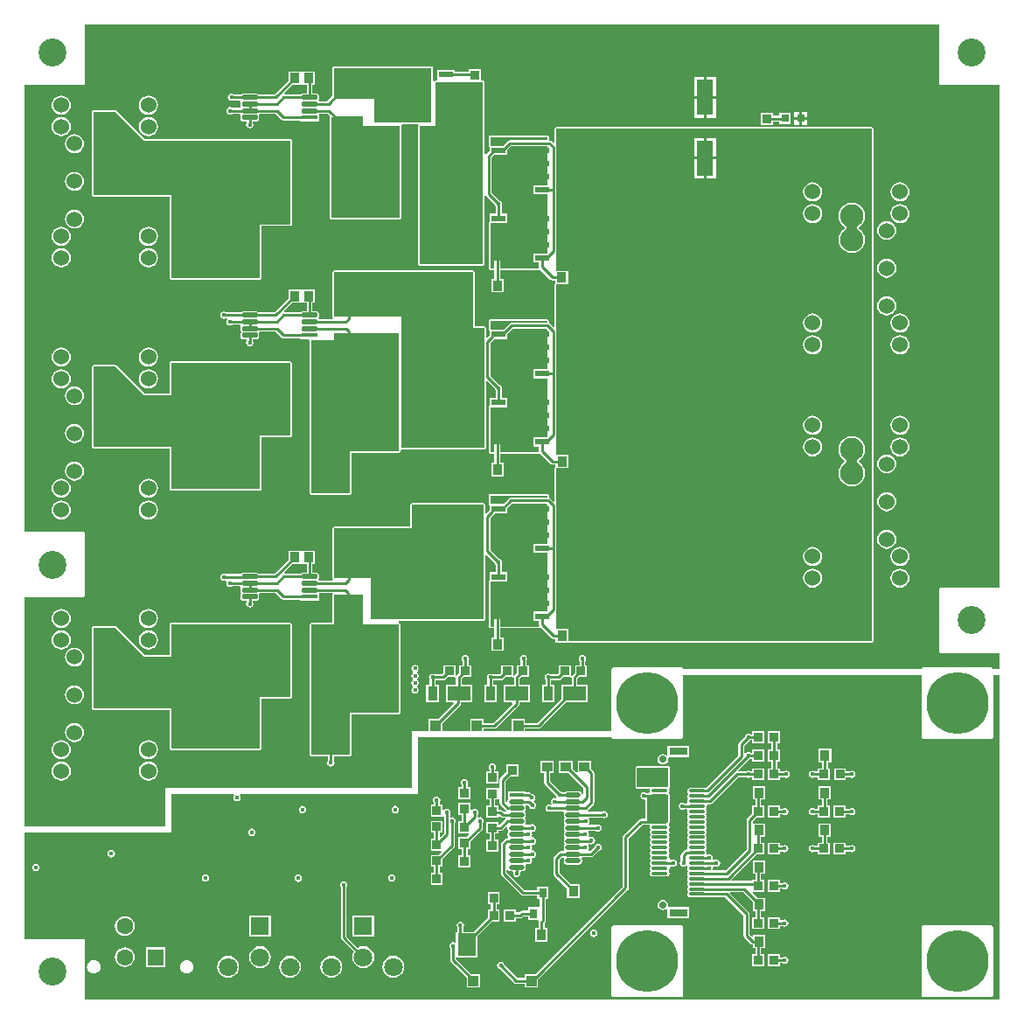
<source format=gtl>
G04*
G04 #@! TF.GenerationSoftware,Altium Limited,Altium Designer,20.1.8 (145)*
G04*
G04 Layer_Physical_Order=1*
G04 Layer_Color=255*
%FSLAX25Y25*%
%MOIN*%
G70*
G04*
G04 #@! TF.SameCoordinates,CA1AD960-CC60-4823-93EC-705349262C67*
G04*
G04*
G04 #@! TF.FilePolarity,Positive*
G04*
G01*
G75*
%ADD13C,0.01000*%
%ADD16C,0.23622*%
%ADD17R,0.14764X0.15394*%
%ADD18R,0.05591X0.02402*%
%ADD19R,0.03347X0.03347*%
G04:AMPARAMS|DCode=20|XSize=17.72mil|YSize=57.09mil|CornerRadius=4.43mil|HoleSize=0mil|Usage=FLASHONLY|Rotation=90.000|XOffset=0mil|YOffset=0mil|HoleType=Round|Shape=RoundedRectangle|*
%AMROUNDEDRECTD20*
21,1,0.01772,0.04823,0,0,90.0*
21,1,0.00886,0.05709,0,0,90.0*
1,1,0.00886,0.02411,0.00443*
1,1,0.00886,0.02411,-0.00443*
1,1,0.00886,-0.02411,-0.00443*
1,1,0.00886,-0.02411,0.00443*
%
%ADD20ROUNDEDRECTD20*%
%ADD21R,0.05709X0.01772*%
%ADD22R,0.07000X0.08500*%
%ADD23R,0.06102X0.13583*%
%ADD24R,0.11024X0.08465*%
%ADD25R,0.08661X0.05512*%
%ADD26R,0.03543X0.05512*%
%ADD27R,0.03347X0.03347*%
%ADD28R,0.03543X0.03937*%
%ADD29R,0.03150X0.03543*%
%ADD30R,0.07087X0.03150*%
%ADD31O,0.06299X0.01181*%
%ADD32R,0.06299X0.01181*%
%ADD33R,0.13583X0.06102*%
%ADD34R,0.05906X0.01772*%
G04:AMPARAMS|DCode=35|XSize=59.06mil|YSize=17.72mil|CornerRadius=4.43mil|HoleSize=0mil|Usage=FLASHONLY|Rotation=180.000|XOffset=0mil|YOffset=0mil|HoleType=Round|Shape=RoundedRectangle|*
%AMROUNDEDRECTD35*
21,1,0.05906,0.00886,0,0,180.0*
21,1,0.05020,0.01772,0,0,180.0*
1,1,0.00886,-0.02510,0.00443*
1,1,0.00886,0.02510,0.00443*
1,1,0.00886,0.02510,-0.00443*
1,1,0.00886,-0.02510,-0.00443*
%
%ADD35ROUNDEDRECTD35*%
%ADD36R,0.03937X0.03543*%
%ADD37R,0.03150X0.03150*%
%ADD73R,0.03937X0.03937*%
%ADD74C,0.06299*%
%ADD75R,0.06299X0.06299*%
%ADD76C,0.06000*%
%ADD77C,0.08858*%
%ADD78C,0.10630*%
%ADD79C,0.02756*%
%ADD80C,0.07087*%
%ADD81R,0.07087X0.07087*%
%ADD82R,0.08268X0.08268*%
%ADD83C,0.08268*%
%ADD84C,0.01575*%
G36*
X349746Y350394D02*
X349936Y349936D01*
X350394Y349746D01*
X372896D01*
Y158128D01*
X350394D01*
X349936Y157938D01*
X349746Y157480D01*
Y133858D01*
X349936Y133400D01*
X350394Y133211D01*
X372896D01*
Y127165D01*
X370333D01*
X370143Y127623D01*
X369685Y127813D01*
X343701D01*
X343243Y127623D01*
X343053Y127165D01*
X252222D01*
X252033Y127623D01*
X251575Y127813D01*
X225590D01*
X225132Y127623D01*
X224943Y127165D01*
Y103543D01*
X191937D01*
Y104392D01*
X197047D01*
X197476Y104477D01*
X197839Y104720D01*
X207482Y114362D01*
X215756D01*
Y121071D01*
X211947D01*
Y123453D01*
X212600Y124106D01*
X215559D01*
Y128650D01*
X214899D01*
Y130284D01*
X215085Y130562D01*
X215193Y131102D01*
X215085Y131643D01*
X214779Y132102D01*
X214320Y132408D01*
X213779Y132515D01*
X213239Y132408D01*
X212780Y132102D01*
X212474Y131643D01*
X212367Y131102D01*
X212474Y130562D01*
X212660Y130284D01*
Y128650D01*
X211016D01*
Y125690D01*
X210035Y124709D01*
X209957Y124592D01*
X209457Y124744D01*
Y128650D01*
X204913D01*
Y125690D01*
X204359Y125136D01*
X201606D01*
X201328Y125321D01*
X200787Y125429D01*
X200247Y125321D01*
X199788Y125015D01*
X199482Y124557D01*
X199374Y124016D01*
X199482Y123475D01*
X199668Y123197D01*
Y121071D01*
X198417D01*
Y114362D01*
X203157D01*
Y121071D01*
X201907D01*
Y122896D01*
X204823D01*
X205251Y122981D01*
X205615Y123224D01*
X206497Y124106D01*
X209235D01*
X209532Y123987D01*
X209707Y123710D01*
Y121071D01*
X205898D01*
Y115946D01*
X196583Y106632D01*
X191937D01*
Y108079D01*
X186803D01*
Y103543D01*
X176189D01*
Y104392D01*
X180315D01*
X180744Y104477D01*
X181107Y104720D01*
X189571Y113184D01*
X189814Y113548D01*
X189900Y113976D01*
Y114362D01*
X193709D01*
Y121071D01*
X189900D01*
Y123453D01*
X190552Y124106D01*
X193512D01*
Y128650D01*
X192458D01*
Y130284D01*
X192644Y130562D01*
X192752Y131102D01*
X192644Y131643D01*
X192338Y132102D01*
X191879Y132408D01*
X191339Y132515D01*
X190798Y132408D01*
X190340Y132102D01*
X190033Y131643D01*
X189926Y131102D01*
X190033Y130562D01*
X190219Y130284D01*
Y128650D01*
X188969D01*
Y125690D01*
X187988Y124709D01*
X187909Y124592D01*
X187409Y124744D01*
Y128650D01*
X182866D01*
Y125690D01*
X182312Y125136D01*
X179559D01*
X179281Y125321D01*
X178740Y125429D01*
X178199Y125321D01*
X177741Y125015D01*
X177435Y124557D01*
X177327Y124016D01*
X177435Y123475D01*
X177620Y123197D01*
Y121071D01*
X176370D01*
Y114362D01*
X181110D01*
Y121071D01*
X179860D01*
Y122896D01*
X182776D01*
X183204Y122981D01*
X183568Y123224D01*
X184450Y124106D01*
X187187D01*
X187485Y123987D01*
X187660Y123710D01*
Y121071D01*
X183850D01*
Y114362D01*
X186928D01*
X187120Y113900D01*
X179851Y106632D01*
X176189D01*
Y108079D01*
X171055D01*
Y103543D01*
X160441D01*
Y106495D01*
X167201Y113254D01*
X167443Y113618D01*
X167529Y114046D01*
Y114362D01*
X171661D01*
Y121071D01*
X167852D01*
Y123453D01*
X168505Y124106D01*
X171465D01*
Y128650D01*
X170411D01*
Y130284D01*
X170597Y130562D01*
X170704Y131102D01*
X170597Y131643D01*
X170291Y132102D01*
X169832Y132408D01*
X169291Y132515D01*
X168751Y132408D01*
X168292Y132102D01*
X167986Y131643D01*
X167878Y131102D01*
X167986Y130562D01*
X168171Y130284D01*
Y128650D01*
X166921D01*
Y125690D01*
X165940Y124709D01*
X165862Y124592D01*
X165362Y124744D01*
Y128650D01*
X160819D01*
Y125690D01*
X160265Y125136D01*
X157511D01*
X157234Y125321D01*
X156693Y125429D01*
X156152Y125321D01*
X155694Y125015D01*
X155387Y124557D01*
X155280Y124016D01*
X155387Y123475D01*
X155573Y123197D01*
Y121071D01*
X154323D01*
Y114362D01*
X159063D01*
Y121071D01*
X157813D01*
Y122896D01*
X160728D01*
X161157Y122981D01*
X161520Y123224D01*
X162403Y124106D01*
X165140D01*
X165437Y123987D01*
X165612Y123710D01*
Y121071D01*
X161803D01*
Y114362D01*
X164487D01*
X164679Y113900D01*
X158857Y108079D01*
X155307D01*
Y103543D01*
X148819D01*
X148819Y81890D01*
X54724D01*
Y67323D01*
X1120D01*
Y154470D01*
X23622D01*
X24080Y154660D01*
X24270Y155118D01*
Y178740D01*
X24080Y179198D01*
X23622Y179388D01*
X1120D01*
X1120Y349746D01*
X23622D01*
X24080Y349936D01*
X24270Y350394D01*
Y372896D01*
X349746D01*
Y350394D01*
D02*
G37*
G36*
X372896Y1120D02*
X24270D01*
Y23622D01*
X24080Y24080D01*
X23622Y24270D01*
X1120D01*
X1120Y64961D01*
X57087D01*
Y79528D01*
X80813D01*
X80832Y79507D01*
X81034Y79028D01*
X80831Y78724D01*
X80724Y78183D01*
X80831Y77642D01*
X81137Y77184D01*
X81596Y76877D01*
X82136Y76770D01*
X82677Y76877D01*
X83136Y77184D01*
X83442Y77642D01*
X83549Y78183D01*
X83442Y78724D01*
X83239Y79028D01*
X83441Y79507D01*
X83460Y79528D01*
X151181D01*
Y81890D01*
Y101181D01*
X224943D01*
X225132Y100723D01*
X225590Y100533D01*
X251575D01*
X252033Y100723D01*
X252222Y101181D01*
X252223D01*
Y124803D01*
X343053D01*
Y101181D01*
X343243Y100723D01*
X343701Y100533D01*
X369685D01*
X370143Y100723D01*
X370333Y101181D01*
Y124803D01*
X372896D01*
Y1120D01*
D02*
G37*
%LPC*%
G36*
X264681Y352870D02*
X261130D01*
Y345579D01*
X264681D01*
Y352870D01*
D02*
G37*
G36*
X260130D02*
X256579D01*
Y345579D01*
X260130D01*
Y352870D01*
D02*
G37*
G36*
X156299Y356947D02*
X119291Y356947D01*
X118833Y356757D01*
X118644Y356299D01*
Y345720D01*
X116564Y343640D01*
X113540D01*
X113279Y344129D01*
X113302Y344182D01*
X113333Y344230D01*
X113414Y344636D01*
Y345522D01*
X113333Y345928D01*
X113103Y346272D01*
X112759Y346503D01*
X112352Y346583D01*
X110962D01*
Y349795D01*
X111721D01*
Y354929D01*
X106980D01*
Y349795D01*
X108723D01*
Y346583D01*
X107333D01*
X106926Y346503D01*
X106582Y346272D01*
X106533Y346199D01*
X100360D01*
X100153Y346699D01*
X103249Y349795D01*
X106405D01*
Y354929D01*
X101665D01*
Y351379D01*
X96485Y346199D01*
X90318D01*
X90268Y346272D01*
X89924Y346503D01*
X89518Y346583D01*
X84498D01*
X84092Y346503D01*
X83747Y346272D01*
X83698Y346199D01*
X80822D01*
X80545Y346384D01*
X80004Y346492D01*
X79463Y346384D01*
X79005Y346078D01*
X78698Y345620D01*
X78591Y345079D01*
X78698Y344538D01*
X79005Y344080D01*
X79463Y343773D01*
X80004Y343666D01*
X80545Y343773D01*
X80822Y343959D01*
X83310D01*
X83571Y343470D01*
X83549Y343416D01*
X83517Y343369D01*
X83436Y342963D01*
Y342077D01*
X83517Y341670D01*
X83549Y341623D01*
X83571Y341570D01*
X83310Y341081D01*
X80346D01*
X80068Y341266D01*
X79528Y341374D01*
X78987Y341266D01*
X78528Y340960D01*
X78222Y340501D01*
X78115Y339961D01*
X78222Y339420D01*
X78528Y338962D01*
X78987Y338655D01*
X79528Y338548D01*
X80068Y338655D01*
X80346Y338841D01*
X83310D01*
X83571Y338351D01*
X83549Y338298D01*
X83517Y338251D01*
X83436Y337844D01*
Y336959D01*
X83517Y336552D01*
X83747Y336208D01*
X84092Y335978D01*
X84498Y335897D01*
X85704D01*
X85843Y335397D01*
X85702Y335186D01*
X85595Y334646D01*
X85702Y334105D01*
X86009Y333646D01*
X86467Y333340D01*
X87008Y333233D01*
X87549Y333340D01*
X88007Y333646D01*
X88313Y334105D01*
X88421Y334646D01*
X88313Y335186D01*
X88173Y335397D01*
X88311Y335897D01*
X89518D01*
X89924Y335978D01*
X90268Y336208D01*
X90499Y336552D01*
X90579Y336959D01*
Y337844D01*
X90499Y338251D01*
X90467Y338298D01*
X90444Y338351D01*
X90706Y338841D01*
X96875D01*
X99106Y336610D01*
X99469Y336367D01*
X99898Y336282D01*
X106291D01*
Y335917D01*
X113394D01*
Y338841D01*
X116761D01*
X117667Y337934D01*
X117652Y337860D01*
X117463Y337402D01*
Y299213D01*
X117652Y298755D01*
X118110Y298565D01*
X144095D01*
X144553Y298755D01*
X144742Y299213D01*
Y334252D01*
X144728Y334285D01*
X145062Y334785D01*
X151000D01*
X151335Y334285D01*
X151321Y334252D01*
Y281496D01*
X151511Y281038D01*
X151969Y280848D01*
X175984D01*
X176442Y281038D01*
X176632Y281496D01*
Y307351D01*
X177132Y307503D01*
X177204Y307395D01*
X180529Y304070D01*
X180584Y303790D01*
X180770Y303512D01*
Y300658D01*
X178496D01*
Y297606D01*
X178282Y297517D01*
X178092Y297059D01*
Y279921D01*
X178282Y279463D01*
X178740Y279274D01*
X180278D01*
Y275795D01*
X179028D01*
Y270661D01*
X183768D01*
Y275795D01*
X182518D01*
Y279274D01*
X196993Y279274D01*
X197025Y279286D01*
X197057Y279277D01*
X197249Y279380D01*
X197451Y279463D01*
X197868Y279285D01*
X197927Y279249D01*
X201570Y275606D01*
X201934Y275363D01*
X202362Y275278D01*
X203614D01*
Y274345D01*
X203479Y274289D01*
X203289Y273831D01*
Y257647D01*
X202827Y257456D01*
X201415Y258868D01*
X201052Y259110D01*
X201026Y259159D01*
X201041Y259196D01*
Y259842D01*
X200852Y260300D01*
X200394Y260490D01*
X178740D01*
X178282Y260300D01*
X178092Y259842D01*
Y256563D01*
X178282Y256105D01*
X178496Y256016D01*
Y254413D01*
X177488Y253404D01*
X177026Y253596D01*
Y257087D01*
X176836Y257545D01*
X176378Y257734D01*
X172695Y257734D01*
X172695Y278346D01*
X172505Y278804D01*
X172047Y278994D01*
X119291Y278994D01*
X118833Y278804D01*
X118643Y278346D01*
X118644Y261417D01*
X118693Y261114D01*
X118606Y260650D01*
X118570Y260569D01*
X113540D01*
X113279Y261058D01*
X113302Y261111D01*
X113333Y261159D01*
X113414Y261565D01*
Y262451D01*
X113333Y262857D01*
X113103Y263201D01*
X112759Y263432D01*
X112352Y263512D01*
X110962D01*
Y266724D01*
X111721D01*
Y271858D01*
X106980D01*
Y266724D01*
X108723D01*
Y263512D01*
X107333D01*
X106926Y263432D01*
X106582Y263201D01*
X106533Y263128D01*
X100360D01*
X100153Y263628D01*
X103249Y266724D01*
X106405D01*
Y271858D01*
X101665D01*
Y268308D01*
X96485Y263128D01*
X90318D01*
X90268Y263201D01*
X89924Y263432D01*
X89518Y263512D01*
X84498D01*
X84092Y263432D01*
X83747Y263201D01*
X83698Y263128D01*
X77984D01*
X77706Y263313D01*
X77165Y263421D01*
X76625Y263313D01*
X76166Y263007D01*
X75860Y262549D01*
X75752Y262008D01*
X75860Y261467D01*
X76166Y261009D01*
X76625Y260702D01*
X77165Y260595D01*
X77706Y260702D01*
X77833Y260787D01*
X78162Y260725D01*
X78363Y260201D01*
X78222Y259990D01*
X78115Y259449D01*
X78222Y258908D01*
X78528Y258450D01*
X78987Y258143D01*
X79528Y258036D01*
X80068Y258143D01*
X80346Y258329D01*
X83310D01*
X83571Y257840D01*
X83549Y257786D01*
X83517Y257739D01*
X83436Y257333D01*
Y256447D01*
X83517Y256041D01*
X83549Y255993D01*
X83711Y255610D01*
X83549Y255227D01*
X83517Y255180D01*
X83436Y254774D01*
Y253888D01*
X83517Y253482D01*
X83747Y253137D01*
X84092Y252907D01*
X84498Y252826D01*
X85704D01*
X85843Y252326D01*
X85702Y252116D01*
X85595Y251575D01*
X85702Y251034D01*
X86009Y250576D01*
X86467Y250269D01*
X87008Y250162D01*
X87549Y250269D01*
X88007Y250576D01*
X88313Y251034D01*
X88421Y251575D01*
X88313Y252116D01*
X88173Y252326D01*
X88311Y252826D01*
X89518D01*
X89924Y252907D01*
X90268Y253137D01*
X90499Y253482D01*
X90579Y253888D01*
Y254774D01*
X90499Y255180D01*
X90467Y255227D01*
X90444Y255281D01*
X90706Y255770D01*
X96875D01*
X99106Y253539D01*
X99469Y253296D01*
X99898Y253211D01*
X106291D01*
Y252846D01*
X109642D01*
X109982Y252362D01*
X109982Y194095D01*
X110172Y193637D01*
X110630Y193447D01*
X125197D01*
X125655Y193637D01*
X125845Y194095D01*
Y209589D01*
X143701D01*
X144159Y209778D01*
X144349Y210236D01*
Y210449D01*
X144849Y210783D01*
X144882Y210770D01*
X176378D01*
X176836Y210959D01*
X177026Y211417D01*
Y236841D01*
X177488Y237033D01*
X180529Y233992D01*
X180584Y233711D01*
X180770Y233434D01*
Y230579D01*
X178496D01*
Y227527D01*
X178282Y227438D01*
X178092Y226980D01*
Y209842D01*
X178282Y209384D01*
X178740Y209195D01*
X180278D01*
Y205716D01*
X179028D01*
Y200583D01*
X183768D01*
Y205716D01*
X182518D01*
Y209195D01*
X196990Y209195D01*
X197021Y209208D01*
X197053Y209198D01*
X197246Y209301D01*
X197448Y209384D01*
X197859Y209198D01*
X197916Y209162D01*
X201570Y205507D01*
X201934Y205264D01*
X202362Y205179D01*
X203634D01*
Y204254D01*
X203479Y204190D01*
X203289Y203732D01*
Y191112D01*
X202827Y190920D01*
X201617Y192130D01*
X201254Y192373D01*
X201067Y192410D01*
X201041Y192458D01*
Y193307D01*
X200852Y193765D01*
X200394Y193955D01*
X178740D01*
X178282Y193765D01*
X178092Y193307D01*
Y190028D01*
X178282Y189569D01*
X178496Y189481D01*
Y187684D01*
X177230Y186418D01*
X176730Y186625D01*
Y189764D01*
X176541Y190222D01*
X176083Y190411D01*
X148819Y190411D01*
X148361Y190222D01*
X148171Y189764D01*
X148171Y181356D01*
X119291Y181356D01*
X118833Y181167D01*
X118643Y180709D01*
X118644Y161811D01*
X118693Y161508D01*
X118606Y161044D01*
X118570Y160962D01*
X113540D01*
X113279Y161452D01*
X113302Y161505D01*
X113333Y161552D01*
X113414Y161959D01*
Y162845D01*
X113333Y163251D01*
X113103Y163595D01*
X112759Y163825D01*
X112352Y163906D01*
X110962D01*
Y167118D01*
X111721D01*
Y172252D01*
X106980D01*
Y167118D01*
X108723D01*
Y163906D01*
X107333D01*
X106926Y163825D01*
X106582Y163595D01*
X106533Y163522D01*
X100360D01*
X100153Y164022D01*
X103249Y167118D01*
X106405D01*
Y172252D01*
X101665D01*
Y168702D01*
X96485Y163522D01*
X90318D01*
X90268Y163595D01*
X89924Y163825D01*
X89518Y163906D01*
X84498D01*
X84092Y163825D01*
X83747Y163595D01*
X83632Y163423D01*
X77836D01*
X77706Y163510D01*
X77165Y163618D01*
X76625Y163510D01*
X76166Y163204D01*
X75860Y162745D01*
X75752Y162205D01*
X75860Y161664D01*
X76166Y161206D01*
X76625Y160899D01*
X77165Y160792D01*
X77706Y160899D01*
X77768Y160941D01*
X77956Y160885D01*
X78222Y160383D01*
X78115Y159843D01*
X78222Y159302D01*
X78528Y158843D01*
X78987Y158537D01*
X79528Y158430D01*
X80068Y158537D01*
X80346Y158723D01*
X83310D01*
X83571Y158233D01*
X83549Y158180D01*
X83517Y158133D01*
X83436Y157726D01*
Y156841D01*
X83517Y156434D01*
X83549Y156387D01*
X83711Y156004D01*
X83549Y155621D01*
X83517Y155574D01*
X83436Y155167D01*
Y154281D01*
X83517Y153875D01*
X83747Y153531D01*
X84092Y153301D01*
X84498Y153220D01*
X85704D01*
X85843Y152720D01*
X85702Y152509D01*
X85595Y151969D01*
X85702Y151428D01*
X86009Y150969D01*
X86467Y150663D01*
X87008Y150556D01*
X87549Y150663D01*
X88007Y150969D01*
X88313Y151428D01*
X88421Y151969D01*
X88313Y152509D01*
X88173Y152720D01*
X88311Y153220D01*
X89518D01*
X89924Y153301D01*
X90268Y153531D01*
X90499Y153875D01*
X90579Y154281D01*
Y155167D01*
X90499Y155574D01*
X90467Y155621D01*
X90444Y155674D01*
X90706Y156164D01*
X96875D01*
X99106Y153932D01*
X99469Y153690D01*
X99898Y153604D01*
X106291D01*
Y153240D01*
X113394D01*
Y156164D01*
X118337D01*
X118693Y155815D01*
X118644Y155512D01*
X118644Y155335D01*
X118644Y145096D01*
X118290Y144742D01*
X110630Y144742D01*
X110172Y144553D01*
X109982Y144095D01*
Y94488D01*
X110172Y94030D01*
X110630Y93840D01*
X116793D01*
Y92157D01*
X116608Y91879D01*
X116500Y91339D01*
X116608Y90798D01*
X116914Y90339D01*
X117373Y90033D01*
X117913Y89926D01*
X118454Y90033D01*
X118912Y90339D01*
X119219Y90798D01*
X119326Y91339D01*
X119219Y91879D01*
X119033Y92157D01*
Y93840D01*
X125197D01*
X125655Y94030D01*
X125845Y94488D01*
Y109982D01*
X143701D01*
X144159Y110172D01*
X144349Y110630D01*
Y144095D01*
X144159Y144553D01*
X143701Y144742D01*
Y145415D01*
X176083Y145415D01*
X176541Y145605D01*
X176730Y146063D01*
Y170547D01*
X177230Y170754D01*
X180529Y167456D01*
X180584Y167176D01*
X180770Y166898D01*
Y164043D01*
X178496D01*
Y160992D01*
X178282Y160903D01*
X178092Y160445D01*
Y143307D01*
X178282Y142849D01*
X178740Y142659D01*
X180278D01*
Y139181D01*
X179028D01*
Y134047D01*
X183768D01*
Y139181D01*
X182518D01*
Y142659D01*
X197075Y142659D01*
X197156Y142693D01*
X197243Y142682D01*
X197377Y142785D01*
X197533Y142849D01*
X198028Y142908D01*
X201964Y138972D01*
X202327Y138729D01*
X202756Y138644D01*
X203634D01*
Y137197D01*
X208255D01*
X208374Y137147D01*
X324016D01*
X324474Y137337D01*
X324663Y137795D01*
X324663Y333071D01*
X324474Y333529D01*
X324016Y333719D01*
X203937D01*
X203479Y333529D01*
X203289Y333071D01*
Y327726D01*
X202827Y327534D01*
X202011Y328351D01*
X201647Y328594D01*
X201219Y328679D01*
X201041D01*
Y329921D01*
X200852Y330379D01*
X200394Y330569D01*
X178740D01*
X178282Y330379D01*
X178092Y329921D01*
Y326642D01*
X178282Y326184D01*
X178496Y326095D01*
Y324627D01*
X177204Y323335D01*
X177132Y323227D01*
X176632Y323379D01*
Y350787D01*
X176442Y351245D01*
X175984Y351435D01*
X175106D01*
Y355913D01*
X170563D01*
Y354821D01*
X165205D01*
Y355500D01*
X158417D01*
Y351902D01*
X158417D01*
X158336Y351435D01*
X157874D01*
X157416Y351245D01*
X156947Y351420D01*
Y356299D01*
X156757Y356757D01*
X156299Y356947D01*
D02*
G37*
G36*
X48425Y345756D02*
X47486Y345632D01*
X46611Y345269D01*
X45859Y344692D01*
X45282Y343941D01*
X44919Y343065D01*
X44796Y342126D01*
X44919Y341187D01*
X45282Y340311D01*
X45859Y339560D01*
X46611Y338983D01*
X47486Y338620D01*
X48425Y338496D01*
X49365Y338620D01*
X50240Y338983D01*
X50992Y339560D01*
X51568Y340311D01*
X51931Y341187D01*
X52055Y342126D01*
X51931Y343065D01*
X51568Y343941D01*
X50992Y344692D01*
X50240Y345269D01*
X49365Y345632D01*
X48425Y345756D01*
D02*
G37*
G36*
X15157D02*
X14218Y345632D01*
X13343Y345269D01*
X12591Y344692D01*
X12014Y343941D01*
X11652Y343065D01*
X11528Y342126D01*
X11652Y341187D01*
X12014Y340311D01*
X12591Y339560D01*
X13343Y338983D01*
X14218Y338620D01*
X15157Y338496D01*
X16097Y338620D01*
X16972Y338983D01*
X17724Y339560D01*
X18301Y340311D01*
X18663Y341187D01*
X18787Y342126D01*
X18663Y343065D01*
X18301Y343941D01*
X17724Y344692D01*
X16972Y345269D01*
X16097Y345632D01*
X15157Y345756D01*
D02*
G37*
G36*
X293315Y339220D02*
X288968D01*
Y338029D01*
X286524D01*
Y339181D01*
X281980D01*
Y334638D01*
X286524D01*
Y335789D01*
X288968D01*
Y334874D01*
X293315D01*
Y339220D01*
D02*
G37*
G36*
X299622Y339622D02*
X297547D01*
Y337547D01*
X299622D01*
Y339622D01*
D02*
G37*
G36*
X296547D02*
X294472D01*
Y337547D01*
X296547D01*
Y339622D01*
D02*
G37*
G36*
X264681Y344579D02*
X261130D01*
Y337287D01*
X264681D01*
Y344579D01*
D02*
G37*
G36*
X260130D02*
X256579D01*
Y337287D01*
X260130D01*
Y344579D01*
D02*
G37*
G36*
X299622Y336547D02*
X297547D01*
Y334472D01*
X299622D01*
Y336547D01*
D02*
G37*
G36*
X296547D02*
X294472D01*
Y334472D01*
X296547D01*
Y336547D01*
D02*
G37*
G36*
X48425Y337488D02*
X47486Y337364D01*
X46611Y337001D01*
X45859Y336425D01*
X45282Y335673D01*
X44919Y334798D01*
X44796Y333858D01*
X44919Y332919D01*
X45282Y332044D01*
X45859Y331292D01*
X46611Y330715D01*
X47486Y330352D01*
X48425Y330229D01*
X49365Y330352D01*
X50240Y330715D01*
X50992Y331292D01*
X51568Y332044D01*
X51931Y332919D01*
X52055Y333858D01*
X51931Y334798D01*
X51568Y335673D01*
X50992Y336425D01*
X50240Y337001D01*
X49365Y337364D01*
X48425Y337488D01*
D02*
G37*
G36*
X15157D02*
X14218Y337364D01*
X13343Y337001D01*
X12591Y336425D01*
X12014Y335673D01*
X11652Y334798D01*
X11528Y333858D01*
X11652Y332919D01*
X12014Y332044D01*
X12591Y331292D01*
X13343Y330715D01*
X14218Y330352D01*
X15157Y330229D01*
X16097Y330352D01*
X16972Y330715D01*
X17724Y331292D01*
X18301Y332044D01*
X18663Y332919D01*
X18787Y333858D01*
X18663Y334798D01*
X18301Y335673D01*
X17724Y336425D01*
X16972Y337001D01*
X16097Y337364D01*
X15157Y337488D01*
D02*
G37*
G36*
X20177Y330992D02*
X19238Y330868D01*
X18362Y330505D01*
X17611Y329929D01*
X17034Y329177D01*
X16671Y328302D01*
X16548Y327362D01*
X16671Y326423D01*
X17034Y325548D01*
X17611Y324796D01*
X18362Y324219D01*
X19238Y323856D01*
X20177Y323733D01*
X21117Y323856D01*
X21992Y324219D01*
X22744Y324796D01*
X23320Y325548D01*
X23683Y326423D01*
X23807Y327362D01*
X23683Y328302D01*
X23320Y329177D01*
X22744Y329929D01*
X21992Y330505D01*
X21117Y330868D01*
X20177Y330992D01*
D02*
G37*
G36*
Y316622D02*
X19238Y316498D01*
X18362Y316135D01*
X17611Y315559D01*
X17034Y314807D01*
X16671Y313931D01*
X16548Y312992D01*
X16671Y312053D01*
X17034Y311177D01*
X17611Y310426D01*
X18362Y309849D01*
X19238Y309486D01*
X20177Y309363D01*
X21117Y309486D01*
X21992Y309849D01*
X22744Y310426D01*
X23320Y311177D01*
X23683Y312053D01*
X23807Y312992D01*
X23683Y313931D01*
X23320Y314807D01*
X22744Y315559D01*
X21992Y316135D01*
X21117Y316498D01*
X20177Y316622D01*
D02*
G37*
G36*
X334842Y312685D02*
X333903Y312561D01*
X333028Y312198D01*
X332276Y311621D01*
X331699Y310870D01*
X331337Y309995D01*
X331213Y309055D01*
X331337Y308116D01*
X331699Y307240D01*
X332276Y306489D01*
X333028Y305912D01*
X333903Y305549D01*
X334842Y305426D01*
X335782Y305549D01*
X336657Y305912D01*
X337409Y306489D01*
X337986Y307240D01*
X338348Y308116D01*
X338472Y309055D01*
X338348Y309995D01*
X337986Y310870D01*
X337409Y311621D01*
X336657Y312198D01*
X335782Y312561D01*
X334842Y312685D01*
D02*
G37*
G36*
Y304417D02*
X333903Y304293D01*
X333028Y303931D01*
X332276Y303354D01*
X331699Y302602D01*
X331337Y301727D01*
X331213Y300787D01*
X331337Y299848D01*
X331699Y298973D01*
X332276Y298221D01*
X333028Y297644D01*
X333903Y297282D01*
X334842Y297158D01*
X335782Y297282D01*
X336657Y297644D01*
X337409Y298221D01*
X337986Y298973D01*
X338348Y299848D01*
X338472Y300787D01*
X338348Y301727D01*
X337986Y302602D01*
X337409Y303354D01*
X336657Y303931D01*
X335782Y304293D01*
X334842Y304417D01*
D02*
G37*
G36*
X35827Y340214D02*
X27559D01*
X27101Y340024D01*
X26911Y339566D01*
X26911Y307874D01*
X27101Y307416D01*
X27559Y307226D01*
X56439Y307226D01*
X56439Y276180D01*
X56629Y275722D01*
X57086Y275532D01*
X90945Y275532D01*
X91403Y275722D01*
X91593Y276180D01*
Y296005D01*
X102362Y296005D01*
X102820Y296195D01*
X103010Y296653D01*
Y328542D01*
X102820Y329000D01*
X102362Y329190D01*
X57087Y329190D01*
X57087Y329190D01*
X47119D01*
X36285Y340024D01*
X36285Y340024D01*
X35827Y340214D01*
D02*
G37*
G36*
X20177Y302252D02*
X19238Y302128D01*
X18362Y301765D01*
X17611Y301188D01*
X17034Y300437D01*
X16671Y299561D01*
X16548Y298622D01*
X16671Y297683D01*
X17034Y296807D01*
X17611Y296056D01*
X18362Y295479D01*
X19238Y295116D01*
X20177Y294993D01*
X21117Y295116D01*
X21992Y295479D01*
X22744Y296056D01*
X23320Y296807D01*
X23683Y297683D01*
X23807Y298622D01*
X23683Y299561D01*
X23320Y300437D01*
X22744Y301188D01*
X21992Y301765D01*
X21117Y302128D01*
X20177Y302252D01*
D02*
G37*
G36*
X329823Y297921D02*
X328883Y297797D01*
X328008Y297435D01*
X327256Y296858D01*
X326680Y296106D01*
X326317Y295231D01*
X326193Y294291D01*
X326317Y293352D01*
X326680Y292477D01*
X327256Y291725D01*
X328008Y291148D01*
X328883Y290786D01*
X329823Y290662D01*
X330762Y290786D01*
X331638Y291148D01*
X332389Y291725D01*
X332966Y292477D01*
X333329Y293352D01*
X333452Y294291D01*
X333329Y295231D01*
X332966Y296106D01*
X332389Y296858D01*
X331638Y297435D01*
X330762Y297797D01*
X329823Y297921D01*
D02*
G37*
G36*
X48425Y295756D02*
X47486Y295632D01*
X46611Y295269D01*
X45859Y294692D01*
X45282Y293941D01*
X44919Y293065D01*
X44796Y292126D01*
X44919Y291187D01*
X45282Y290311D01*
X45859Y289560D01*
X46611Y288983D01*
X47486Y288620D01*
X48425Y288496D01*
X49365Y288620D01*
X50240Y288983D01*
X50992Y289560D01*
X51568Y290311D01*
X51931Y291187D01*
X52055Y292126D01*
X51931Y293065D01*
X51568Y293941D01*
X50992Y294692D01*
X50240Y295269D01*
X49365Y295632D01*
X48425Y295756D01*
D02*
G37*
G36*
X15157D02*
X14218Y295632D01*
X13343Y295269D01*
X12591Y294692D01*
X12014Y293941D01*
X11652Y293065D01*
X11528Y292126D01*
X11652Y291187D01*
X12014Y290311D01*
X12591Y289560D01*
X13343Y288983D01*
X14218Y288620D01*
X15157Y288496D01*
X16097Y288620D01*
X16972Y288983D01*
X17724Y289560D01*
X18301Y290311D01*
X18663Y291187D01*
X18787Y292126D01*
X18663Y293065D01*
X18301Y293941D01*
X17724Y294692D01*
X16972Y295269D01*
X16097Y295632D01*
X15157Y295756D01*
D02*
G37*
G36*
X48425Y287488D02*
X47486Y287364D01*
X46611Y287001D01*
X45859Y286425D01*
X45282Y285673D01*
X44919Y284798D01*
X44796Y283858D01*
X44919Y282919D01*
X45282Y282044D01*
X45859Y281292D01*
X46611Y280715D01*
X47486Y280352D01*
X48425Y280229D01*
X49365Y280352D01*
X50240Y280715D01*
X50992Y281292D01*
X51568Y282044D01*
X51931Y282919D01*
X52055Y283858D01*
X51931Y284798D01*
X51568Y285673D01*
X50992Y286425D01*
X50240Y287001D01*
X49365Y287364D01*
X48425Y287488D01*
D02*
G37*
G36*
X15157D02*
X14218Y287364D01*
X13343Y287001D01*
X12591Y286425D01*
X12014Y285673D01*
X11652Y284798D01*
X11528Y283858D01*
X11652Y282919D01*
X12014Y282044D01*
X12591Y281292D01*
X13343Y280715D01*
X14218Y280352D01*
X15157Y280229D01*
X16097Y280352D01*
X16972Y280715D01*
X17724Y281292D01*
X18301Y282044D01*
X18663Y282919D01*
X18787Y283858D01*
X18663Y284798D01*
X18301Y285673D01*
X17724Y286425D01*
X16972Y287001D01*
X16097Y287364D01*
X15157Y287488D01*
D02*
G37*
G36*
X329823Y283551D02*
X328883Y283427D01*
X328008Y283065D01*
X327256Y282488D01*
X326680Y281736D01*
X326317Y280861D01*
X326193Y279921D01*
X326317Y278982D01*
X326680Y278106D01*
X327256Y277355D01*
X328008Y276778D01*
X328883Y276415D01*
X329823Y276292D01*
X330762Y276415D01*
X331638Y276778D01*
X332389Y277355D01*
X332966Y278106D01*
X333329Y278982D01*
X333452Y279921D01*
X333329Y280861D01*
X332966Y281736D01*
X332389Y282488D01*
X331638Y283065D01*
X330762Y283427D01*
X329823Y283551D01*
D02*
G37*
G36*
Y269181D02*
X328883Y269057D01*
X328008Y268694D01*
X327256Y268118D01*
X326680Y267366D01*
X326317Y266491D01*
X326193Y265551D01*
X326317Y264612D01*
X326680Y263736D01*
X327256Y262985D01*
X328008Y262408D01*
X328883Y262045D01*
X329823Y261922D01*
X330762Y262045D01*
X331638Y262408D01*
X332389Y262985D01*
X332966Y263736D01*
X333329Y264612D01*
X333452Y265551D01*
X333329Y266491D01*
X332966Y267366D01*
X332389Y268118D01*
X331638Y268694D01*
X330762Y269057D01*
X329823Y269181D01*
D02*
G37*
G36*
X334842Y262685D02*
X333903Y262561D01*
X333028Y262198D01*
X332276Y261621D01*
X331699Y260870D01*
X331337Y259995D01*
X331213Y259055D01*
X331337Y258116D01*
X331699Y257240D01*
X332276Y256489D01*
X333028Y255912D01*
X333903Y255549D01*
X334842Y255426D01*
X335782Y255549D01*
X336657Y255912D01*
X337409Y256489D01*
X337986Y257240D01*
X338348Y258116D01*
X338472Y259055D01*
X338348Y259995D01*
X337986Y260870D01*
X337409Y261621D01*
X336657Y262198D01*
X335782Y262561D01*
X334842Y262685D01*
D02*
G37*
G36*
Y254417D02*
X333903Y254293D01*
X333028Y253931D01*
X332276Y253354D01*
X331699Y252602D01*
X331337Y251727D01*
X331213Y250787D01*
X331337Y249848D01*
X331699Y248973D01*
X332276Y248221D01*
X333028Y247644D01*
X333903Y247282D01*
X334842Y247158D01*
X335782Y247282D01*
X336657Y247644D01*
X337409Y248221D01*
X337986Y248973D01*
X338348Y249848D01*
X338472Y250787D01*
X338348Y251727D01*
X337986Y252602D01*
X337409Y253354D01*
X336657Y253931D01*
X335782Y254293D01*
X334842Y254417D01*
D02*
G37*
G36*
X48425Y249693D02*
X47486Y249569D01*
X46611Y249206D01*
X45859Y248629D01*
X45282Y247878D01*
X44919Y247002D01*
X44796Y246063D01*
X44919Y245124D01*
X45282Y244248D01*
X45859Y243497D01*
X46611Y242920D01*
X47486Y242557D01*
X48425Y242434D01*
X49365Y242557D01*
X50240Y242920D01*
X50992Y243497D01*
X51568Y244248D01*
X51931Y245124D01*
X52055Y246063D01*
X51931Y247002D01*
X51568Y247878D01*
X50992Y248629D01*
X50240Y249206D01*
X49365Y249569D01*
X48425Y249693D01*
D02*
G37*
G36*
X15157D02*
X14218Y249569D01*
X13343Y249206D01*
X12591Y248629D01*
X12014Y247878D01*
X11652Y247002D01*
X11528Y246063D01*
X11652Y245124D01*
X12014Y244248D01*
X12591Y243497D01*
X13343Y242920D01*
X14218Y242557D01*
X15157Y242434D01*
X16097Y242557D01*
X16972Y242920D01*
X17724Y243497D01*
X18301Y244248D01*
X18663Y245124D01*
X18787Y246063D01*
X18663Y247002D01*
X18301Y247878D01*
X17724Y248629D01*
X16972Y249206D01*
X16097Y249569D01*
X15157Y249693D01*
D02*
G37*
G36*
X48425Y241425D02*
X47486Y241301D01*
X46611Y240938D01*
X45859Y240362D01*
X45282Y239610D01*
X44919Y238735D01*
X44796Y237795D01*
X44919Y236856D01*
X45282Y235981D01*
X45859Y235229D01*
X46611Y234652D01*
X47486Y234290D01*
X48425Y234166D01*
X49365Y234290D01*
X50240Y234652D01*
X50992Y235229D01*
X51568Y235981D01*
X51931Y236856D01*
X52055Y237795D01*
X51931Y238735D01*
X51568Y239610D01*
X50992Y240362D01*
X50240Y240938D01*
X49365Y241301D01*
X48425Y241425D01*
D02*
G37*
G36*
X15157D02*
X14218Y241301D01*
X13343Y240938D01*
X12591Y240362D01*
X12014Y239610D01*
X11652Y238735D01*
X11528Y237795D01*
X11652Y236856D01*
X12014Y235981D01*
X12591Y235229D01*
X13343Y234652D01*
X14218Y234290D01*
X15157Y234166D01*
X16097Y234290D01*
X16972Y234652D01*
X17724Y235229D01*
X18301Y235981D01*
X18663Y236856D01*
X18787Y237795D01*
X18663Y238735D01*
X18301Y239610D01*
X17724Y240362D01*
X16972Y240938D01*
X16097Y241301D01*
X15157Y241425D01*
D02*
G37*
G36*
X102362Y244349D02*
X57087Y244349D01*
X56629Y244159D01*
X56439Y243701D01*
Y232144D01*
X47119D01*
X36285Y242978D01*
X36285Y242978D01*
X35827Y243167D01*
X27559D01*
X27101Y242978D01*
X26911Y242520D01*
X26911Y211811D01*
X27101Y211353D01*
X27559Y211163D01*
X56439Y211163D01*
Y195669D01*
X56629Y195211D01*
X57087Y195021D01*
X90945Y195022D01*
X91403Y195211D01*
X91593Y195669D01*
X91593Y215494D01*
X102362D01*
X102820Y215684D01*
X103010Y216142D01*
Y243701D01*
X102820Y244159D01*
X102362Y244349D01*
D02*
G37*
G36*
X20177Y234929D02*
X19238Y234805D01*
X18362Y234442D01*
X17611Y233866D01*
X17034Y233114D01*
X16671Y232239D01*
X16548Y231299D01*
X16671Y230360D01*
X17034Y229485D01*
X17611Y228733D01*
X18362Y228156D01*
X19238Y227793D01*
X20177Y227670D01*
X21117Y227793D01*
X21992Y228156D01*
X22744Y228733D01*
X23320Y229485D01*
X23683Y230360D01*
X23807Y231299D01*
X23683Y232239D01*
X23320Y233114D01*
X22744Y233866D01*
X21992Y234442D01*
X21117Y234805D01*
X20177Y234929D01*
D02*
G37*
G36*
X334842Y223708D02*
X333903Y223585D01*
X333028Y223222D01*
X332276Y222645D01*
X331699Y221894D01*
X331337Y221018D01*
X331213Y220079D01*
X331337Y219139D01*
X331699Y218264D01*
X332276Y217512D01*
X333028Y216935D01*
X333903Y216573D01*
X334842Y216449D01*
X335782Y216573D01*
X336657Y216935D01*
X337409Y217512D01*
X337986Y218264D01*
X338348Y219139D01*
X338472Y220079D01*
X338348Y221018D01*
X337986Y221894D01*
X337409Y222645D01*
X336657Y223222D01*
X335782Y223585D01*
X334842Y223708D01*
D02*
G37*
G36*
X20177Y220559D02*
X19238Y220435D01*
X18362Y220072D01*
X17611Y219496D01*
X17034Y218744D01*
X16671Y217868D01*
X16548Y216929D01*
X16671Y215990D01*
X17034Y215114D01*
X17611Y214363D01*
X18362Y213786D01*
X19238Y213423D01*
X20177Y213300D01*
X21117Y213423D01*
X21992Y213786D01*
X22744Y214363D01*
X23320Y215114D01*
X23683Y215990D01*
X23807Y216929D01*
X23683Y217868D01*
X23320Y218744D01*
X22744Y219496D01*
X21992Y220072D01*
X21117Y220435D01*
X20177Y220559D01*
D02*
G37*
G36*
X334842Y215441D02*
X333903Y215317D01*
X333028Y214954D01*
X332276Y214377D01*
X331699Y213626D01*
X331337Y212750D01*
X331213Y211811D01*
X331337Y210872D01*
X331699Y209996D01*
X332276Y209245D01*
X333028Y208668D01*
X333903Y208305D01*
X334842Y208182D01*
X335782Y208305D01*
X336657Y208668D01*
X337409Y209245D01*
X337986Y209996D01*
X338348Y210872D01*
X338472Y211811D01*
X338348Y212750D01*
X337986Y213626D01*
X337409Y214377D01*
X336657Y214954D01*
X335782Y215317D01*
X334842Y215441D01*
D02*
G37*
G36*
X329823Y208944D02*
X328883Y208821D01*
X328008Y208458D01*
X327256Y207881D01*
X326680Y207130D01*
X326317Y206254D01*
X326193Y205315D01*
X326317Y204376D01*
X326680Y203500D01*
X327256Y202748D01*
X328008Y202172D01*
X328883Y201809D01*
X329823Y201686D01*
X330762Y201809D01*
X331638Y202172D01*
X332389Y202748D01*
X332966Y203500D01*
X333329Y204376D01*
X333452Y205315D01*
X333329Y206254D01*
X332966Y207130D01*
X332389Y207881D01*
X331638Y208458D01*
X330762Y208821D01*
X329823Y208944D01*
D02*
G37*
G36*
X20177Y206189D02*
X19238Y206065D01*
X18362Y205702D01*
X17611Y205125D01*
X17034Y204374D01*
X16671Y203498D01*
X16548Y202559D01*
X16671Y201620D01*
X17034Y200744D01*
X17611Y199993D01*
X18362Y199416D01*
X19238Y199053D01*
X20177Y198930D01*
X21117Y199053D01*
X21992Y199416D01*
X22744Y199993D01*
X23320Y200744D01*
X23683Y201620D01*
X23807Y202559D01*
X23683Y203498D01*
X23320Y204374D01*
X22744Y205125D01*
X21992Y205702D01*
X21117Y206065D01*
X20177Y206189D01*
D02*
G37*
G36*
X48425Y199692D02*
X47486Y199569D01*
X46611Y199206D01*
X45859Y198629D01*
X45282Y197878D01*
X44919Y197002D01*
X44796Y196063D01*
X44919Y195124D01*
X45282Y194248D01*
X45859Y193497D01*
X46611Y192920D01*
X47486Y192557D01*
X48425Y192434D01*
X49365Y192557D01*
X50240Y192920D01*
X50992Y193497D01*
X51568Y194248D01*
X51931Y195124D01*
X52055Y196063D01*
X51931Y197002D01*
X51568Y197878D01*
X50992Y198629D01*
X50240Y199206D01*
X49365Y199569D01*
X48425Y199692D01*
D02*
G37*
G36*
X15157D02*
X14218Y199569D01*
X13343Y199206D01*
X12591Y198629D01*
X12014Y197878D01*
X11652Y197002D01*
X11528Y196063D01*
X11652Y195124D01*
X12014Y194248D01*
X12591Y193497D01*
X13343Y192920D01*
X14218Y192557D01*
X15157Y192434D01*
X16097Y192557D01*
X16972Y192920D01*
X17724Y193497D01*
X18301Y194248D01*
X18663Y195124D01*
X18787Y196063D01*
X18663Y197002D01*
X18301Y197878D01*
X17724Y198629D01*
X16972Y199206D01*
X16097Y199569D01*
X15157Y199692D01*
D02*
G37*
G36*
X329823Y194574D02*
X328883Y194451D01*
X328008Y194088D01*
X327256Y193511D01*
X326680Y192760D01*
X326317Y191884D01*
X326193Y190945D01*
X326317Y190006D01*
X326680Y189130D01*
X327256Y188378D01*
X328008Y187802D01*
X328883Y187439D01*
X329823Y187315D01*
X330762Y187439D01*
X331638Y187802D01*
X332389Y188378D01*
X332966Y189130D01*
X333329Y190006D01*
X333452Y190945D01*
X333329Y191884D01*
X332966Y192760D01*
X332389Y193511D01*
X331638Y194088D01*
X330762Y194451D01*
X329823Y194574D01*
D02*
G37*
G36*
X48425Y191425D02*
X47486Y191301D01*
X46611Y190938D01*
X45859Y190362D01*
X45282Y189610D01*
X44919Y188735D01*
X44796Y187795D01*
X44919Y186856D01*
X45282Y185980D01*
X45859Y185229D01*
X46611Y184652D01*
X47486Y184290D01*
X48425Y184166D01*
X49365Y184290D01*
X50240Y184652D01*
X50992Y185229D01*
X51568Y185980D01*
X51931Y186856D01*
X52055Y187795D01*
X51931Y188735D01*
X51568Y189610D01*
X50992Y190362D01*
X50240Y190938D01*
X49365Y191301D01*
X48425Y191425D01*
D02*
G37*
G36*
X15157D02*
X14218Y191301D01*
X13343Y190938D01*
X12591Y190362D01*
X12014Y189610D01*
X11652Y188735D01*
X11528Y187795D01*
X11652Y186856D01*
X12014Y185980D01*
X12591Y185229D01*
X13343Y184652D01*
X14218Y184290D01*
X15157Y184166D01*
X16097Y184290D01*
X16972Y184652D01*
X17724Y185229D01*
X18301Y185980D01*
X18663Y186856D01*
X18787Y187795D01*
X18663Y188735D01*
X18301Y189610D01*
X17724Y190362D01*
X16972Y190938D01*
X16097Y191301D01*
X15157Y191425D01*
D02*
G37*
G36*
X329823Y180204D02*
X328883Y180081D01*
X328008Y179718D01*
X327256Y179141D01*
X326680Y178390D01*
X326317Y177514D01*
X326193Y176575D01*
X326317Y175635D01*
X326680Y174760D01*
X327256Y174008D01*
X328008Y173432D01*
X328883Y173069D01*
X329823Y172945D01*
X330762Y173069D01*
X331638Y173432D01*
X332389Y174008D01*
X332966Y174760D01*
X333329Y175635D01*
X333452Y176575D01*
X333329Y177514D01*
X332966Y178390D01*
X332389Y179141D01*
X331638Y179718D01*
X330762Y180081D01*
X329823Y180204D01*
D02*
G37*
G36*
X334842Y173708D02*
X333903Y173584D01*
X333028Y173222D01*
X332276Y172645D01*
X331699Y171894D01*
X331337Y171018D01*
X331213Y170079D01*
X331337Y169139D01*
X331699Y168264D01*
X332276Y167512D01*
X333028Y166936D01*
X333903Y166573D01*
X334842Y166449D01*
X335782Y166573D01*
X336657Y166936D01*
X337409Y167512D01*
X337986Y168264D01*
X338348Y169139D01*
X338472Y170079D01*
X338348Y171018D01*
X337986Y171894D01*
X337409Y172645D01*
X336657Y173222D01*
X335782Y173584D01*
X334842Y173708D01*
D02*
G37*
G36*
Y165440D02*
X333903Y165317D01*
X333028Y164954D01*
X332276Y164377D01*
X331699Y163626D01*
X331337Y162750D01*
X331213Y161811D01*
X331337Y160872D01*
X331699Y159996D01*
X332276Y159245D01*
X333028Y158668D01*
X333903Y158305D01*
X334842Y158182D01*
X335782Y158305D01*
X336657Y158668D01*
X337409Y159245D01*
X337986Y159996D01*
X338348Y160872D01*
X338472Y161811D01*
X338348Y162750D01*
X337986Y163626D01*
X337409Y164377D01*
X336657Y164954D01*
X335782Y165317D01*
X334842Y165440D01*
D02*
G37*
G36*
X48425Y150086D02*
X47486Y149962D01*
X46611Y149600D01*
X45859Y149023D01*
X45282Y148271D01*
X44919Y147396D01*
X44796Y146457D01*
X44919Y145517D01*
X45282Y144642D01*
X45859Y143890D01*
X46611Y143314D01*
X47486Y142951D01*
X48425Y142827D01*
X49365Y142951D01*
X50240Y143314D01*
X50992Y143890D01*
X51568Y144642D01*
X51931Y145517D01*
X52055Y146457D01*
X51931Y147396D01*
X51568Y148271D01*
X50992Y149023D01*
X50240Y149600D01*
X49365Y149962D01*
X48425Y150086D01*
D02*
G37*
G36*
X15157D02*
X14218Y149962D01*
X13343Y149600D01*
X12591Y149023D01*
X12014Y148271D01*
X11652Y147396D01*
X11528Y146457D01*
X11652Y145517D01*
X12014Y144642D01*
X12591Y143890D01*
X13343Y143314D01*
X14218Y142951D01*
X15157Y142827D01*
X16097Y142951D01*
X16972Y143314D01*
X17724Y143890D01*
X18301Y144642D01*
X18663Y145517D01*
X18787Y146457D01*
X18663Y147396D01*
X18301Y148271D01*
X17724Y149023D01*
X16972Y149600D01*
X16097Y149962D01*
X15157Y150086D01*
D02*
G37*
G36*
X48425Y141818D02*
X47486Y141695D01*
X46611Y141332D01*
X45859Y140755D01*
X45282Y140004D01*
X44919Y139128D01*
X44796Y138189D01*
X44919Y137250D01*
X45282Y136374D01*
X45859Y135623D01*
X46611Y135046D01*
X47486Y134683D01*
X48425Y134560D01*
X49365Y134683D01*
X50240Y135046D01*
X50992Y135623D01*
X51568Y136374D01*
X51931Y137250D01*
X52055Y138189D01*
X51931Y139128D01*
X51568Y140004D01*
X50992Y140755D01*
X50240Y141332D01*
X49365Y141695D01*
X48425Y141818D01*
D02*
G37*
G36*
X15157D02*
X14218Y141695D01*
X13343Y141332D01*
X12591Y140755D01*
X12014Y140004D01*
X11652Y139128D01*
X11528Y138189D01*
X11652Y137250D01*
X12014Y136374D01*
X12591Y135623D01*
X13343Y135046D01*
X14218Y134683D01*
X15157Y134560D01*
X16097Y134683D01*
X16972Y135046D01*
X17724Y135623D01*
X18301Y136374D01*
X18663Y137250D01*
X18787Y138189D01*
X18663Y139128D01*
X18301Y140004D01*
X17724Y140755D01*
X16972Y141332D01*
X16097Y141695D01*
X15157Y141818D01*
D02*
G37*
G36*
X102362Y144742D02*
X57087D01*
X56629Y144553D01*
X56439Y144095D01*
Y132537D01*
X47119D01*
X36285Y143371D01*
X36285Y143371D01*
X35827Y143561D01*
X27559D01*
X27101Y143371D01*
X26911Y142913D01*
X26911Y112205D01*
X27101Y111747D01*
X27559Y111557D01*
X56439Y111557D01*
Y96850D01*
X56629Y96392D01*
X57087Y96203D01*
X90945D01*
X91403Y96392D01*
X91593Y96850D01*
X91593Y115888D01*
X102362Y115888D01*
X102820Y116077D01*
X103010Y116535D01*
X103010Y144095D01*
X102820Y144553D01*
X102362Y144742D01*
D02*
G37*
G36*
X20177Y135322D02*
X19238Y135199D01*
X18362Y134836D01*
X17611Y134259D01*
X17034Y133508D01*
X16671Y132632D01*
X16548Y131693D01*
X16671Y130754D01*
X17034Y129878D01*
X17611Y129127D01*
X18362Y128550D01*
X19238Y128187D01*
X20177Y128063D01*
X21117Y128187D01*
X21992Y128550D01*
X22744Y129127D01*
X23320Y129878D01*
X23683Y130754D01*
X23807Y131693D01*
X23683Y132632D01*
X23320Y133508D01*
X22744Y134259D01*
X21992Y134836D01*
X21117Y135199D01*
X20177Y135322D01*
D02*
G37*
G36*
X150000Y128761D02*
X149459Y128654D01*
X149001Y128347D01*
X148695Y127889D01*
X148587Y127348D01*
X148695Y126807D01*
X149001Y126349D01*
X149118Y126271D01*
Y125670D01*
X149001Y125591D01*
X148695Y125133D01*
X148587Y124592D01*
X148695Y124052D01*
X149001Y123593D01*
X149118Y123515D01*
Y122914D01*
X149001Y122836D01*
X148695Y122377D01*
X148587Y121836D01*
X148695Y121296D01*
X149001Y120837D01*
X149118Y120759D01*
Y120158D01*
X149001Y120080D01*
X148695Y119621D01*
X148587Y119080D01*
X148695Y118540D01*
X149001Y118081D01*
X149459Y117775D01*
X150000Y117667D01*
X150541Y117775D01*
X150999Y118081D01*
X151305Y118540D01*
X151413Y119080D01*
X151305Y119621D01*
X150999Y120080D01*
X150882Y120158D01*
Y120759D01*
X150999Y120837D01*
X151305Y121296D01*
X151413Y121836D01*
X151305Y122377D01*
X150999Y122836D01*
X150882Y122914D01*
Y123515D01*
X150999Y123593D01*
X151305Y124052D01*
X151413Y124592D01*
X151305Y125133D01*
X150999Y125591D01*
X150882Y125670D01*
Y126271D01*
X150999Y126349D01*
X151305Y126807D01*
X151413Y127348D01*
X151305Y127889D01*
X150999Y128347D01*
X150541Y128654D01*
X150000Y128761D01*
D02*
G37*
G36*
X20177Y120952D02*
X19238Y120829D01*
X18362Y120466D01*
X17611Y119889D01*
X17034Y119138D01*
X16671Y118262D01*
X16548Y117323D01*
X16671Y116383D01*
X17034Y115508D01*
X17611Y114756D01*
X18362Y114180D01*
X19238Y113817D01*
X20177Y113693D01*
X21117Y113817D01*
X21992Y114180D01*
X22744Y114756D01*
X23320Y115508D01*
X23683Y116383D01*
X23807Y117323D01*
X23683Y118262D01*
X23320Y119138D01*
X22744Y119889D01*
X21992Y120466D01*
X21117Y120829D01*
X20177Y120952D01*
D02*
G37*
G36*
Y106582D02*
X19238Y106459D01*
X18362Y106096D01*
X17611Y105519D01*
X17034Y104768D01*
X16671Y103892D01*
X16548Y102953D01*
X16671Y102013D01*
X17034Y101138D01*
X17611Y100386D01*
X18362Y99809D01*
X19238Y99447D01*
X20177Y99323D01*
X21117Y99447D01*
X21992Y99809D01*
X22744Y100386D01*
X23320Y101138D01*
X23683Y102013D01*
X23807Y102953D01*
X23683Y103892D01*
X23320Y104768D01*
X22744Y105519D01*
X21992Y106096D01*
X21117Y106459D01*
X20177Y106582D01*
D02*
G37*
G36*
X48425Y100086D02*
X47486Y99963D01*
X46611Y99600D01*
X45859Y99023D01*
X45282Y98271D01*
X44919Y97396D01*
X44796Y96457D01*
X44919Y95517D01*
X45282Y94642D01*
X45859Y93890D01*
X46611Y93313D01*
X47486Y92951D01*
X48425Y92827D01*
X49365Y92951D01*
X50240Y93313D01*
X50992Y93890D01*
X51568Y94642D01*
X51931Y95517D01*
X52055Y96457D01*
X51931Y97396D01*
X51568Y98271D01*
X50992Y99023D01*
X50240Y99600D01*
X49365Y99963D01*
X48425Y100086D01*
D02*
G37*
G36*
X15157D02*
X14218Y99963D01*
X13343Y99600D01*
X12591Y99023D01*
X12014Y98271D01*
X11652Y97396D01*
X11528Y96457D01*
X11652Y95517D01*
X12014Y94642D01*
X12591Y93890D01*
X13343Y93313D01*
X14218Y92951D01*
X15157Y92827D01*
X16097Y92951D01*
X16972Y93313D01*
X17724Y93890D01*
X18301Y94642D01*
X18663Y95517D01*
X18787Y96457D01*
X18663Y97396D01*
X18301Y98271D01*
X17724Y99023D01*
X16972Y99600D01*
X16097Y99963D01*
X15157Y100086D01*
D02*
G37*
G36*
X48425Y91818D02*
X47486Y91695D01*
X46611Y91332D01*
X45859Y90755D01*
X45282Y90004D01*
X44919Y89128D01*
X44796Y88189D01*
X44919Y87250D01*
X45282Y86374D01*
X45859Y85623D01*
X46611Y85046D01*
X47486Y84683D01*
X48425Y84560D01*
X49365Y84683D01*
X50240Y85046D01*
X50992Y85623D01*
X51568Y86374D01*
X51931Y87250D01*
X52055Y88189D01*
X51931Y89128D01*
X51568Y90004D01*
X50992Y90755D01*
X50240Y91332D01*
X49365Y91695D01*
X48425Y91818D01*
D02*
G37*
G36*
X15157D02*
X14218Y91695D01*
X13343Y91332D01*
X12591Y90755D01*
X12014Y90004D01*
X11652Y89128D01*
X11528Y88189D01*
X11652Y87250D01*
X12014Y86374D01*
X12591Y85623D01*
X13343Y85046D01*
X14218Y84683D01*
X15157Y84560D01*
X16097Y84683D01*
X16972Y85046D01*
X17724Y85623D01*
X18301Y86374D01*
X18663Y87250D01*
X18787Y88189D01*
X18663Y89128D01*
X18301Y90004D01*
X17724Y90755D01*
X16972Y91332D01*
X16097Y91695D01*
X15157Y91818D01*
D02*
G37*
%LPD*%
G36*
X156299Y335433D02*
X134646D01*
X134646Y344488D01*
X119291Y344488D01*
Y356299D01*
X156299Y356299D01*
X156299Y335433D01*
D02*
G37*
G36*
X200394Y328679D02*
X186201D01*
X185772Y328594D01*
X185627Y328497D01*
X185409Y328351D01*
X183700Y326642D01*
X178740D01*
Y329921D01*
X200394D01*
Y328679D01*
D02*
G37*
G36*
X130315Y334252D02*
X144095D01*
Y299213D01*
X118110D01*
Y337402D01*
X130315D01*
Y334252D01*
D02*
G37*
G36*
X175984Y350787D02*
Y281496D01*
X151969D01*
Y334252D01*
X157874D01*
Y350787D01*
X169685Y350787D01*
X175984Y350787D01*
D02*
G37*
G36*
X200394Y311602D02*
X195031D01*
Y308004D01*
X200394D01*
X200394Y285777D01*
X200235Y285618D01*
X195031D01*
Y282020D01*
X197305D01*
Y280421D01*
X197203Y280176D01*
X196993Y279921D01*
X182518Y279921D01*
Y282902D01*
X182682Y283066D01*
X182924Y283430D01*
X183010Y283858D01*
X182924Y284287D01*
X182682Y284650D01*
X182318Y284893D01*
X181890Y284978D01*
X181461Y284893D01*
X181098Y284650D01*
X180606Y284158D01*
X180363Y283795D01*
X180278Y283366D01*
Y279921D01*
X178740D01*
Y297059D01*
X185284D01*
Y300658D01*
X183010D01*
Y303512D01*
X183195Y303790D01*
X183303Y304331D01*
X183195Y304871D01*
X182889Y305330D01*
X182431Y305636D01*
X182056Y305711D01*
X179116Y308651D01*
Y322079D01*
X180080Y323043D01*
X185284D01*
Y325058D01*
X186665Y326439D01*
X200394D01*
X200394Y311602D01*
D02*
G37*
G36*
X200394Y259196D02*
X186796D01*
X186367Y259110D01*
X186004Y258868D01*
X183700Y256563D01*
X178740D01*
Y259842D01*
X200394D01*
Y259196D01*
D02*
G37*
G36*
X130315Y255118D02*
X143701Y255118D01*
X143701Y210236D01*
X125197D01*
Y194095D01*
X110630D01*
X110630Y252362D01*
X119291Y252362D01*
Y255118D01*
X130315Y255118D01*
D02*
G37*
G36*
X172047Y257087D02*
X176378Y257087D01*
Y211417D01*
X144882D01*
Y261417D01*
X119291D01*
X119291Y278346D01*
X172047Y278346D01*
X172047Y257087D01*
D02*
G37*
G36*
X200394Y256553D02*
X200394Y241524D01*
X195031D01*
Y237925D01*
X200394D01*
X200394Y215698D01*
X200235Y215539D01*
X195031D01*
Y211941D01*
X197305D01*
Y210343D01*
X197148Y210035D01*
X196990Y209842D01*
X182518Y209842D01*
Y212824D01*
X182682Y212988D01*
X182924Y213351D01*
X183010Y213779D01*
X182924Y214208D01*
X182682Y214571D01*
X182318Y214814D01*
X181890Y214899D01*
X181461Y214814D01*
X181098Y214571D01*
X180606Y214079D01*
X180363Y213716D01*
X180278Y213287D01*
Y209842D01*
X178740D01*
Y226980D01*
X185284D01*
Y230579D01*
X183010D01*
Y233434D01*
X183195Y233711D01*
X183303Y234252D01*
X183195Y234793D01*
X182889Y235251D01*
X182431Y235557D01*
X182056Y235632D01*
X178740Y238948D01*
Y251489D01*
X180215Y252965D01*
X185284D01*
Y254979D01*
X187260Y256956D01*
X199991D01*
X200394Y256553D01*
D02*
G37*
G36*
Y192458D02*
X186594D01*
X186166Y192373D01*
X185803Y192130D01*
X183700Y190028D01*
X178740D01*
Y193307D01*
X200394D01*
Y192458D01*
D02*
G37*
G36*
X176083Y146063D02*
X133071Y146063D01*
X133071Y161811D01*
X119291Y161811D01*
X119291Y180709D01*
X148819Y180709D01*
X148819Y189764D01*
X176083Y189764D01*
Y146063D01*
D02*
G37*
G36*
X130315Y155512D02*
X130315Y144094D01*
X143701Y144095D01*
Y110630D01*
X125197D01*
Y94488D01*
X110630D01*
Y144095D01*
X119291Y144095D01*
X119291Y155512D01*
X130315Y155512D01*
D02*
G37*
G36*
X200394Y189732D02*
X200394Y174988D01*
X195031D01*
Y171390D01*
X200394D01*
X200394Y149163D01*
X200235Y149004D01*
X195031D01*
Y145405D01*
X197305D01*
Y144095D01*
X197362Y143807D01*
X197075Y143307D01*
X182518Y143307D01*
Y146288D01*
X182682Y146452D01*
X182924Y146816D01*
X183010Y147244D01*
X182924Y147673D01*
X182682Y148036D01*
X182318Y148279D01*
X181890Y148364D01*
X181461Y148279D01*
X181098Y148036D01*
X180606Y147544D01*
X180363Y147181D01*
X180278Y146752D01*
Y143307D01*
X178740D01*
Y160445D01*
X185284D01*
Y164043D01*
X183010D01*
Y166898D01*
X183195Y167176D01*
X183303Y167717D01*
X183195Y168257D01*
X182889Y168716D01*
X182431Y169022D01*
X182056Y169096D01*
X178740Y172412D01*
Y184760D01*
X180386Y186407D01*
X180402Y186429D01*
X185284D01*
Y188444D01*
X187058Y190219D01*
X199907D01*
X200394Y189732D01*
D02*
G37*
G36*
X324016Y137795D02*
X208374D01*
Y142331D01*
X203937D01*
X203937Y203732D01*
X208374D01*
Y208866D01*
X203937D01*
Y273831D01*
X208354D01*
Y278965D01*
X203937D01*
X203937Y333071D01*
X324016D01*
X324016Y137795D01*
D02*
G37*
%LPC*%
G36*
X264681Y329642D02*
X261130D01*
Y322350D01*
X264681D01*
Y329642D01*
D02*
G37*
G36*
X260130D02*
X256579D01*
Y322350D01*
X260130D01*
Y329642D01*
D02*
G37*
G36*
X264681Y321350D02*
X261130D01*
Y314059D01*
X264681D01*
Y321350D01*
D02*
G37*
G36*
X260130D02*
X256579D01*
Y314059D01*
X260130D01*
Y321350D01*
D02*
G37*
G36*
X301575Y312685D02*
X300635Y312561D01*
X299760Y312198D01*
X299008Y311621D01*
X298432Y310870D01*
X298069Y309995D01*
X297945Y309055D01*
X298069Y308116D01*
X298432Y307240D01*
X299008Y306489D01*
X299760Y305912D01*
X300635Y305549D01*
X301575Y305426D01*
X302514Y305549D01*
X303390Y305912D01*
X304141Y306489D01*
X304718Y307240D01*
X305081Y308116D01*
X305204Y309055D01*
X305081Y309995D01*
X304718Y310870D01*
X304141Y311621D01*
X303390Y312198D01*
X302514Y312561D01*
X301575Y312685D01*
D02*
G37*
G36*
Y304417D02*
X300635Y304293D01*
X299760Y303931D01*
X299008Y303354D01*
X298432Y302602D01*
X298069Y301727D01*
X297945Y300787D01*
X298069Y299848D01*
X298432Y298973D01*
X299008Y298221D01*
X299760Y297644D01*
X300635Y297282D01*
X301575Y297158D01*
X302514Y297282D01*
X303390Y297644D01*
X304141Y298221D01*
X304718Y298973D01*
X305081Y299848D01*
X305204Y300787D01*
X305081Y301727D01*
X304718Y302602D01*
X304141Y303354D01*
X303390Y303931D01*
X302514Y304293D01*
X301575Y304417D01*
D02*
G37*
G36*
X316535Y304874D02*
X315223Y304701D01*
X314000Y304195D01*
X312950Y303389D01*
X312144Y302339D01*
X311637Y301116D01*
X311465Y299803D01*
X311637Y298491D01*
X312144Y297268D01*
X312950Y296217D01*
X313784Y295577D01*
X313801Y295544D01*
Y295008D01*
X313784Y294974D01*
X312950Y294334D01*
X312144Y293284D01*
X311637Y292060D01*
X311465Y290748D01*
X311637Y289436D01*
X312144Y288213D01*
X312950Y287162D01*
X314000Y286356D01*
X315223Y285850D01*
X316535Y285677D01*
X317848Y285850D01*
X319071Y286356D01*
X320121Y287162D01*
X320927Y288213D01*
X321434Y289436D01*
X321606Y290748D01*
X321434Y292060D01*
X320927Y293284D01*
X320121Y294334D01*
X319287Y294974D01*
X319270Y295008D01*
Y295544D01*
X319287Y295577D01*
X320121Y296217D01*
X320927Y297268D01*
X321434Y298491D01*
X321606Y299803D01*
X321434Y301116D01*
X320927Y302339D01*
X320121Y303389D01*
X319071Y304195D01*
X317848Y304701D01*
X316535Y304874D01*
D02*
G37*
G36*
X301575Y262685D02*
X300635Y262561D01*
X299760Y262198D01*
X299008Y261621D01*
X298432Y260870D01*
X298069Y259995D01*
X297945Y259055D01*
X298069Y258116D01*
X298432Y257240D01*
X299008Y256489D01*
X299760Y255912D01*
X300635Y255549D01*
X301575Y255426D01*
X302514Y255549D01*
X303390Y255912D01*
X304141Y256489D01*
X304718Y257240D01*
X305081Y258116D01*
X305204Y259055D01*
X305081Y259995D01*
X304718Y260870D01*
X304141Y261621D01*
X303390Y262198D01*
X302514Y262561D01*
X301575Y262685D01*
D02*
G37*
G36*
Y254417D02*
X300635Y254293D01*
X299760Y253931D01*
X299008Y253354D01*
X298432Y252602D01*
X298069Y251727D01*
X297945Y250787D01*
X298069Y249848D01*
X298432Y248973D01*
X299008Y248221D01*
X299760Y247644D01*
X300635Y247282D01*
X301575Y247158D01*
X302514Y247282D01*
X303390Y247644D01*
X304141Y248221D01*
X304718Y248973D01*
X305081Y249848D01*
X305204Y250787D01*
X305081Y251727D01*
X304718Y252602D01*
X304141Y253354D01*
X303390Y253931D01*
X302514Y254293D01*
X301575Y254417D01*
D02*
G37*
G36*
Y223708D02*
X300635Y223585D01*
X299760Y223222D01*
X299008Y222645D01*
X298432Y221894D01*
X298069Y221018D01*
X297945Y220079D01*
X298069Y219139D01*
X298432Y218264D01*
X299008Y217512D01*
X299760Y216935D01*
X300635Y216573D01*
X301575Y216449D01*
X302514Y216573D01*
X303390Y216935D01*
X304141Y217512D01*
X304718Y218264D01*
X305081Y219139D01*
X305204Y220079D01*
X305081Y221018D01*
X304718Y221894D01*
X304141Y222645D01*
X303390Y223222D01*
X302514Y223585D01*
X301575Y223708D01*
D02*
G37*
G36*
Y215441D02*
X300635Y215317D01*
X299760Y214954D01*
X299008Y214377D01*
X298432Y213626D01*
X298069Y212750D01*
X297945Y211811D01*
X298069Y210872D01*
X298432Y209996D01*
X299008Y209245D01*
X299760Y208668D01*
X300635Y208305D01*
X301575Y208182D01*
X302514Y208305D01*
X303390Y208668D01*
X304141Y209245D01*
X304718Y209996D01*
X305081Y210872D01*
X305204Y211811D01*
X305081Y212750D01*
X304718Y213626D01*
X304141Y214377D01*
X303390Y214954D01*
X302514Y215317D01*
X301575Y215441D01*
D02*
G37*
G36*
X316535Y215898D02*
X315223Y215725D01*
X314000Y215218D01*
X312950Y214412D01*
X312144Y213362D01*
X311637Y212139D01*
X311465Y210827D01*
X311637Y209514D01*
X312144Y208291D01*
X312950Y207241D01*
X313784Y206601D01*
X313801Y206567D01*
Y206031D01*
X313784Y205998D01*
X312950Y205357D01*
X312144Y204307D01*
X311637Y203084D01*
X311465Y201772D01*
X311637Y200459D01*
X312144Y199236D01*
X312950Y198186D01*
X314000Y197380D01*
X315223Y196873D01*
X316535Y196701D01*
X317848Y196873D01*
X319071Y197380D01*
X320121Y198186D01*
X320927Y199236D01*
X321434Y200459D01*
X321606Y201772D01*
X321434Y203084D01*
X320927Y204307D01*
X320121Y205357D01*
X319287Y205998D01*
X319270Y206031D01*
Y206567D01*
X319287Y206601D01*
X320121Y207241D01*
X320927Y208291D01*
X321434Y209514D01*
X321606Y210827D01*
X321434Y212139D01*
X320927Y213362D01*
X320121Y214412D01*
X319071Y215218D01*
X317848Y215725D01*
X316535Y215898D01*
D02*
G37*
G36*
X301575Y173708D02*
X300635Y173584D01*
X299760Y173222D01*
X299008Y172645D01*
X298432Y171894D01*
X298069Y171018D01*
X297945Y170079D01*
X298069Y169139D01*
X298432Y168264D01*
X299008Y167512D01*
X299760Y166936D01*
X300635Y166573D01*
X301575Y166449D01*
X302514Y166573D01*
X303390Y166936D01*
X304141Y167512D01*
X304718Y168264D01*
X305081Y169139D01*
X305204Y170079D01*
X305081Y171018D01*
X304718Y171894D01*
X304141Y172645D01*
X303390Y173222D01*
X302514Y173584D01*
X301575Y173708D01*
D02*
G37*
G36*
Y165440D02*
X300635Y165317D01*
X299760Y164954D01*
X299008Y164377D01*
X298432Y163626D01*
X298069Y162750D01*
X297945Y161811D01*
X298069Y160872D01*
X298432Y159996D01*
X299008Y159245D01*
X299760Y158668D01*
X300635Y158305D01*
X301575Y158182D01*
X302514Y158305D01*
X303390Y158668D01*
X304141Y159245D01*
X304718Y159996D01*
X305081Y160872D01*
X305204Y161811D01*
X305081Y162750D01*
X304718Y163626D01*
X304141Y164377D01*
X303390Y164954D01*
X302514Y165317D01*
X301575Y165440D01*
D02*
G37*
%LPD*%
G36*
X317679Y304070D02*
X318744Y303629D01*
X319659Y302927D01*
X320361Y302012D01*
X320802Y300946D01*
X320953Y299803D01*
X320802Y298660D01*
X320361Y297594D01*
X319659Y296679D01*
X318892Y296091D01*
X318850Y296017D01*
X318812Y296002D01*
X318783Y295931D01*
X318706Y295864D01*
X318689Y295830D01*
X318683Y295727D01*
X318644Y295662D01*
X318655Y295622D01*
X318622Y295544D01*
Y295008D01*
X318655Y294929D01*
X318644Y294889D01*
X318683Y294824D01*
X318689Y294721D01*
X318706Y294688D01*
X318783Y294620D01*
X318812Y294549D01*
X318850Y294534D01*
X318892Y294460D01*
X319659Y293872D01*
X320361Y292957D01*
X320802Y291891D01*
X320953Y290748D01*
X320802Y289605D01*
X320361Y288539D01*
X319659Y287624D01*
X318744Y286922D01*
X317679Y286481D01*
X316535Y286330D01*
X315392Y286481D01*
X314327Y286922D01*
X313412Y287624D01*
X312710Y288539D01*
X312268Y289605D01*
X312118Y290748D01*
X312268Y291891D01*
X312710Y292957D01*
X313412Y293872D01*
X314178Y294460D01*
X314221Y294534D01*
X314259Y294549D01*
X314288Y294620D01*
X314365Y294688D01*
X314382Y294721D01*
X314388Y294824D01*
X314426Y294889D01*
X314416Y294929D01*
X314448Y295008D01*
Y295544D01*
X314416Y295622D01*
X314426Y295662D01*
X314388Y295727D01*
X314382Y295830D01*
X314365Y295864D01*
X314288Y295931D01*
X314259Y296002D01*
X314221Y296017D01*
X314178Y296091D01*
X313412Y296679D01*
X312710Y297594D01*
X312268Y298660D01*
X312118Y299803D01*
X312268Y300946D01*
X312710Y302012D01*
X313412Y302927D01*
X314327Y303629D01*
X315392Y304070D01*
X316535Y304221D01*
X317679Y304070D01*
D02*
G37*
G36*
Y215094D02*
X318744Y214652D01*
X319659Y213950D01*
X320361Y213036D01*
X320802Y211970D01*
X320953Y210827D01*
X320802Y209683D01*
X320361Y208618D01*
X319659Y207703D01*
X318892Y207115D01*
X318850Y207041D01*
X318812Y207025D01*
X318783Y206955D01*
X318706Y206887D01*
X318689Y206854D01*
X318683Y206751D01*
X318644Y206685D01*
X318655Y206646D01*
X318622Y206567D01*
Y206031D01*
X318655Y205953D01*
X318644Y205913D01*
X318683Y205847D01*
X318689Y205745D01*
X318706Y205711D01*
X318783Y205643D01*
X318812Y205573D01*
X318850Y205558D01*
X318892Y205484D01*
X319659Y204895D01*
X320361Y203980D01*
X320802Y202915D01*
X320953Y201772D01*
X320802Y200628D01*
X320361Y199563D01*
X319659Y198648D01*
X318744Y197946D01*
X317679Y197505D01*
X316535Y197354D01*
X315392Y197505D01*
X314327Y197946D01*
X313412Y198648D01*
X312710Y199563D01*
X312268Y200628D01*
X312118Y201772D01*
X312268Y202915D01*
X312710Y203980D01*
X313412Y204895D01*
X314178Y205484D01*
X314221Y205558D01*
X314259Y205573D01*
X314288Y205643D01*
X314365Y205711D01*
X314382Y205745D01*
X314388Y205847D01*
X314426Y205913D01*
X314416Y205953D01*
X314448Y206031D01*
Y206567D01*
X314416Y206646D01*
X314426Y206685D01*
X314388Y206751D01*
X314382Y206854D01*
X314365Y206887D01*
X314288Y206955D01*
X314259Y207025D01*
X314221Y207041D01*
X314178Y207115D01*
X313412Y207703D01*
X312710Y208618D01*
X312268Y209683D01*
X312118Y210827D01*
X312268Y211970D01*
X312710Y213036D01*
X313412Y213950D01*
X314327Y214652D01*
X315392Y215094D01*
X316535Y215244D01*
X317679Y215094D01*
D02*
G37*
G36*
X35827Y339566D02*
X46850Y328542D01*
X57087D01*
Y328542D01*
X102362Y328542D01*
Y296653D01*
X90945Y296653D01*
Y276180D01*
X57086Y276180D01*
X57086Y307874D01*
X27559Y307874D01*
X27559Y339566D01*
X35827D01*
Y339566D01*
D02*
G37*
G36*
X102362Y216142D02*
X90945D01*
X90945Y195669D01*
X57087Y195669D01*
X57087Y229565D01*
X57087Y211811D01*
X27559Y211811D01*
X27559Y242520D01*
X35827D01*
Y242520D01*
X46850Y231496D01*
X57087D01*
Y243701D01*
X102362Y243701D01*
Y216142D01*
D02*
G37*
G36*
X102362Y116535D02*
X90945Y116535D01*
X90945Y96850D01*
X57087D01*
Y144095D01*
X102362D01*
X102362Y116535D01*
D02*
G37*
G36*
X35827Y142913D02*
X46850Y131890D01*
X57087D01*
X57087Y112205D01*
X27559Y112205D01*
X27559Y142913D01*
X35827D01*
Y142913D01*
D02*
G37*
%LPC*%
G36*
X283079Y103453D02*
X278535D01*
Y102301D01*
X277984D01*
X277706Y102487D01*
X277165Y102594D01*
X276625Y102487D01*
X276166Y102180D01*
X275860Y101722D01*
X275795Y101394D01*
X273618Y99217D01*
X273375Y98854D01*
X273289Y98425D01*
Y94165D01*
X260988Y81863D01*
X260329D01*
X260039Y81921D01*
X254921D01*
X254457Y81829D01*
X254064Y81566D01*
X253801Y81173D01*
X253709Y80709D01*
X253801Y80245D01*
X254064Y79851D01*
Y79597D01*
X253801Y79204D01*
X253709Y78740D01*
X253801Y78276D01*
X253904Y78123D01*
X254023Y77756D01*
X253904Y77389D01*
X253801Y77236D01*
X253709Y76772D01*
X253778Y76423D01*
X253503Y75923D01*
X252787D01*
X252509Y76109D01*
X251969Y76216D01*
X251428Y76109D01*
X250969Y75802D01*
X250663Y75344D01*
X250555Y74803D01*
X250663Y74262D01*
X250969Y73804D01*
X251428Y73498D01*
X251969Y73390D01*
X252509Y73498D01*
X252787Y73683D01*
X253503D01*
X253778Y73183D01*
X253709Y72835D01*
X253801Y72371D01*
X253904Y72218D01*
X254023Y71850D01*
X253904Y71483D01*
X253801Y71330D01*
X253709Y70866D01*
X253801Y70402D01*
X253904Y70249D01*
X254023Y69882D01*
X253904Y69515D01*
X253801Y69362D01*
X253709Y68898D01*
X253801Y68434D01*
X253904Y68281D01*
X254023Y67913D01*
X253904Y67546D01*
X253801Y67393D01*
X253709Y66929D01*
X253801Y66465D01*
X253904Y66312D01*
X254023Y65945D01*
X253904Y65578D01*
X253801Y65425D01*
X253709Y64961D01*
X253801Y64497D01*
X253904Y64344D01*
X254023Y63976D01*
X253904Y63609D01*
X253801Y63456D01*
X253709Y62992D01*
X253801Y62528D01*
X253904Y62375D01*
X254023Y62008D01*
X253904Y61641D01*
X253801Y61488D01*
X253709Y61024D01*
X253801Y60560D01*
X253904Y60407D01*
X254023Y60039D01*
X253904Y59672D01*
X253801Y59519D01*
X253709Y59055D01*
X253778Y58707D01*
X253503Y58207D01*
X253379D01*
X252950Y58121D01*
X252587Y57879D01*
X251570Y56862D01*
X251327Y56498D01*
X251242Y56070D01*
Y53968D01*
X251057Y53690D01*
X250949Y53150D01*
X251057Y52609D01*
X251363Y52150D01*
X251821Y51844D01*
X252362Y51737D01*
X252903Y51844D01*
X253217Y52054D01*
X253714Y51993D01*
X253825Y51944D01*
X253903Y51797D01*
X253801Y51645D01*
X253709Y51181D01*
X253801Y50717D01*
X253904Y50564D01*
X254023Y50197D01*
X253904Y49830D01*
X253801Y49676D01*
X253709Y49213D01*
X253801Y48749D01*
X253904Y48595D01*
X254023Y48228D01*
X253904Y47861D01*
X253801Y47708D01*
X253709Y47244D01*
X253801Y46780D01*
X253904Y46627D01*
X254023Y46260D01*
X253904Y45893D01*
X253801Y45739D01*
X253709Y45276D01*
X253801Y44812D01*
X253904Y44658D01*
X254023Y44291D01*
X253904Y43924D01*
X253801Y43771D01*
X253709Y43307D01*
X253801Y42843D01*
X253904Y42690D01*
X254023Y42323D01*
X253904Y41956D01*
X253801Y41802D01*
X253709Y41339D01*
X253801Y40875D01*
X254064Y40481D01*
X254457Y40219D01*
X254921Y40126D01*
X260039D01*
X260503Y40219D01*
X260503Y40219D01*
X268237D01*
X275258Y33198D01*
Y25591D01*
X275343Y25162D01*
X275586Y24799D01*
X277948Y22436D01*
X278312Y22194D01*
X278740Y22108D01*
X278831D01*
Y20661D01*
X279687D01*
Y18413D01*
X278535D01*
Y13870D01*
X283079D01*
Y18413D01*
X281927D01*
Y20661D01*
X283571D01*
Y25795D01*
X278831D01*
Y25375D01*
X278369Y25184D01*
X277498Y26054D01*
Y33661D01*
X277413Y34090D01*
X277170Y34453D01*
X269936Y41687D01*
X270143Y42187D01*
X275028D01*
X278831Y38385D01*
Y34835D01*
X279687D01*
Y32587D01*
X278535D01*
Y28043D01*
X283079D01*
Y32587D01*
X281927D01*
Y34835D01*
X283571D01*
Y39968D01*
X280415D01*
X278666Y41717D01*
X278874Y42217D01*
X283079D01*
Y46760D01*
X281927D01*
Y49008D01*
X283571D01*
Y54142D01*
X278831D01*
Y49008D01*
X279687D01*
Y46760D01*
X278535D01*
Y46395D01*
X270832D01*
X270625Y46896D01*
X280119Y56390D01*
X283079D01*
Y60933D01*
X281927D01*
Y63181D01*
X283571D01*
Y68315D01*
X278831D01*
X278679Y68752D01*
Y69123D01*
X280119Y70563D01*
X283079D01*
Y75106D01*
X281927D01*
Y77354D01*
X283571D01*
Y82488D01*
X278831D01*
Y77354D01*
X279687D01*
Y75106D01*
X278535D01*
Y72147D01*
X276767Y70379D01*
X276524Y70015D01*
X276439Y69587D01*
Y58338D01*
X268468Y50367D01*
X263883D01*
X263555Y50867D01*
X263618Y51181D01*
X263579Y51378D01*
X263892Y51846D01*
X264310Y51918D01*
X264420Y51844D01*
X264961Y51737D01*
X265501Y51844D01*
X265960Y52150D01*
X266266Y52609D01*
X266374Y53150D01*
X266266Y53690D01*
X265960Y54149D01*
X265501Y54455D01*
X264961Y54563D01*
X264420Y54455D01*
X264310Y54381D01*
X263892Y54453D01*
X263579Y54921D01*
X263618Y55118D01*
X263510Y55659D01*
X263204Y56117D01*
X262745Y56423D01*
X262205Y56531D01*
X261664Y56423D01*
X261612Y56389D01*
X261216Y56655D01*
X261182Y56738D01*
X261252Y57087D01*
X261159Y57551D01*
X260897Y57944D01*
Y58198D01*
X261159Y58591D01*
X261252Y59055D01*
X261159Y59519D01*
X261057Y59672D01*
X260938Y60039D01*
X261057Y60407D01*
X261159Y60560D01*
X261252Y61024D01*
X261159Y61488D01*
X261057Y61641D01*
X260938Y62008D01*
X261057Y62375D01*
X261159Y62528D01*
X261252Y62992D01*
X261159Y63456D01*
X261057Y63609D01*
X260938Y63976D01*
X261057Y64344D01*
X261159Y64497D01*
X261252Y64961D01*
X261159Y65425D01*
X261057Y65578D01*
X260938Y65945D01*
X261057Y66312D01*
X261159Y66465D01*
X261252Y66929D01*
X261159Y67393D01*
X261057Y67546D01*
X260938Y67913D01*
X261057Y68281D01*
X261159Y68434D01*
X261252Y68898D01*
X261159Y69362D01*
X261057Y69515D01*
X260938Y69882D01*
X261057Y70249D01*
X261159Y70402D01*
X261252Y70866D01*
X261159Y71330D01*
X261057Y71483D01*
X260938Y71850D01*
X261057Y72218D01*
X261159Y72371D01*
X261252Y72835D01*
X261159Y73299D01*
X261057Y73452D01*
X260938Y73819D01*
X261057Y74186D01*
X261159Y74339D01*
X261252Y74803D01*
X261182Y75152D01*
X261458Y75652D01*
X262598D01*
X263027Y75737D01*
X263390Y75980D01*
X273299Y85888D01*
X276347D01*
X276625Y85702D01*
X277165Y85595D01*
X277706Y85702D01*
X277984Y85888D01*
X278535D01*
Y84736D01*
X283079D01*
Y89280D01*
X278535D01*
Y88128D01*
X277984D01*
X277706Y88313D01*
X277165Y88421D01*
X276625Y88313D01*
X276347Y88128D01*
X273490D01*
X273283Y88628D01*
X277379Y92724D01*
X277706Y92789D01*
X277984Y92975D01*
X278535D01*
Y91823D01*
X283079D01*
Y96366D01*
X278535D01*
Y95214D01*
X277984D01*
X277706Y95400D01*
X277165Y95508D01*
X276625Y95400D01*
X276166Y95094D01*
X276029Y94889D01*
X275529Y95041D01*
Y97961D01*
X277379Y99811D01*
X277706Y99876D01*
X277984Y100061D01*
X278535D01*
Y98909D01*
X283079D01*
Y103453D01*
D02*
G37*
G36*
X254535Y97843D02*
X246252D01*
Y94466D01*
X245752Y94249D01*
X245259Y94578D01*
X244488Y94732D01*
X243717Y94578D01*
X243063Y94141D01*
X242627Y93488D01*
X242473Y92716D01*
X242627Y91945D01*
X243063Y91292D01*
X243717Y90855D01*
X244488Y90701D01*
X245259Y90855D01*
X245913Y91292D01*
X246350Y91945D01*
X246503Y92716D01*
X246448Y92996D01*
X246858Y93496D01*
X254535D01*
Y97843D01*
D02*
G37*
G36*
X308669Y96661D02*
X303929D01*
Y91527D01*
X305179D01*
Y89280D01*
X303634D01*
Y88128D01*
X302393D01*
X302116Y88313D01*
X301575Y88421D01*
X301034Y88313D01*
X300576Y88007D01*
X300269Y87549D01*
X300162Y87008D01*
X300269Y86467D01*
X300576Y86009D01*
X301034Y85702D01*
X301575Y85595D01*
X302116Y85702D01*
X302393Y85888D01*
X303634D01*
Y84736D01*
X308177D01*
Y89280D01*
X307419D01*
Y91527D01*
X308669D01*
Y96661D01*
D02*
G37*
G36*
X217134Y92232D02*
X212000D01*
X212000Y87852D01*
X212000Y87830D01*
X211500Y87623D01*
X210047Y89076D01*
Y92232D01*
X204913D01*
Y87492D01*
X208463D01*
X214234Y81721D01*
Y79187D01*
X214214Y79174D01*
X213714Y79442D01*
Y79547D01*
X213633Y79953D01*
X213403Y80298D01*
X213059Y80528D01*
X212653Y80609D01*
X207830D01*
X207423Y80528D01*
X207079Y80298D01*
X207029Y80223D01*
X205935D01*
X205659Y80408D01*
X205371Y80465D01*
X201514Y84322D01*
Y87492D01*
X202961D01*
Y92232D01*
X197827D01*
Y87492D01*
X199274D01*
Y83858D01*
X199359Y83430D01*
X199602Y83066D01*
X203740Y78928D01*
X203813Y78562D01*
X203975Y78319D01*
X203770Y78022D01*
X203642Y77917D01*
X203150Y78015D01*
X202609Y77908D01*
X202151Y77601D01*
X201844Y77143D01*
X201737Y76602D01*
X201844Y76062D01*
X202006Y75819D01*
X201801Y75523D01*
X201673Y75417D01*
X201181Y75515D01*
X200640Y75408D01*
X200182Y75102D01*
X199876Y74643D01*
X199768Y74102D01*
X199876Y73562D01*
X200182Y73103D01*
X200640Y72797D01*
X201181Y72689D01*
X201722Y72797D01*
X202001Y72983D01*
X206602D01*
X206867Y72487D01*
X206853Y72460D01*
X206849Y72453D01*
X206768Y72047D01*
Y71161D01*
X206849Y70755D01*
X206853Y70749D01*
X207051Y70354D01*
X206853Y69960D01*
X206849Y69954D01*
X206768Y69547D01*
Y68661D01*
X206849Y68255D01*
X206853Y68248D01*
X207051Y67854D01*
X206853Y67460D01*
X206849Y67453D01*
X206768Y67047D01*
Y66161D01*
X206849Y65755D01*
X206853Y65749D01*
X207051Y65354D01*
X206853Y64960D01*
X206849Y64954D01*
X206768Y64547D01*
Y63661D01*
X206849Y63255D01*
X206853Y63248D01*
X207051Y62854D01*
X206853Y62460D01*
X206849Y62454D01*
X206768Y62047D01*
Y61161D01*
X206849Y60755D01*
X207079Y60411D01*
X206853Y59960D01*
X206849Y59953D01*
X206768Y59547D01*
Y58661D01*
X206849Y58255D01*
X206853Y58249D01*
X206867Y58220D01*
X206602Y57724D01*
X205650D01*
X205221Y57639D01*
X204858Y57396D01*
X203145Y55684D01*
X202902Y55320D01*
X202817Y54892D01*
Y49114D01*
X202902Y48686D01*
X203145Y48322D01*
X207965Y43503D01*
Y39953D01*
X212705D01*
Y45087D01*
X209548D01*
X205057Y49578D01*
Y54428D01*
X206114Y55484D01*
X206602D01*
X206867Y54988D01*
X206853Y54960D01*
X206849Y54953D01*
X206768Y54547D01*
Y53661D01*
X206849Y53255D01*
X207079Y52911D01*
X207423Y52680D01*
X207830Y52600D01*
X212653D01*
X213059Y52680D01*
X213403Y52911D01*
X213633Y53255D01*
X213714Y53661D01*
Y54547D01*
X213633Y54953D01*
X213629Y54960D01*
X213615Y54988D01*
X213880Y55484D01*
X217185D01*
X217614Y55570D01*
X217977Y55812D01*
X219898Y57734D01*
X220226Y57799D01*
X220684Y58105D01*
X220990Y58564D01*
X221098Y59104D01*
X220990Y59645D01*
X220684Y60103D01*
X220226Y60410D01*
X219685Y60517D01*
X219144Y60410D01*
X218686Y60103D01*
X218380Y59645D01*
X218315Y59318D01*
X216737Y57740D01*
X216235Y57757D01*
X216187Y57817D01*
X216039Y58224D01*
X216266Y58564D01*
X216374Y59104D01*
X216266Y59645D01*
X216093Y59904D01*
X216290Y60398D01*
X216678Y60460D01*
X216782Y60391D01*
X217323Y60283D01*
X217864Y60391D01*
X218322Y60697D01*
X218629Y61155D01*
X218736Y61696D01*
X218629Y62237D01*
X218322Y62695D01*
X217864Y63001D01*
X217323Y63109D01*
X216782Y63001D01*
X216745Y62976D01*
X216516Y63037D01*
X216266Y63564D01*
X216374Y64104D01*
X216266Y64645D01*
X216062Y64950D01*
X216264Y65428D01*
X216284Y65450D01*
X218815D01*
X219144Y65230D01*
X219685Y65122D01*
X220226Y65230D01*
X220684Y65536D01*
X220990Y65995D01*
X221098Y66535D01*
X220990Y67076D01*
X220684Y67535D01*
X220226Y67841D01*
X219685Y67948D01*
X219144Y67841D01*
X218918Y67690D01*
X216380D01*
X216299Y67795D01*
X216159Y68190D01*
X216389Y68534D01*
X216496Y69075D01*
X216389Y69616D01*
X216126Y70009D01*
X216200Y70280D01*
X216332Y70509D01*
X221266D01*
X221507Y70348D01*
X222047Y70241D01*
X222588Y70348D01*
X223046Y70654D01*
X223353Y71113D01*
X223460Y71653D01*
X223353Y72194D01*
X223046Y72653D01*
X222588Y72959D01*
X222047Y73067D01*
X221507Y72959D01*
X221192Y72749D01*
X215863D01*
X215712Y73249D01*
X215807Y73312D01*
X218069Y75575D01*
X218312Y75938D01*
X218397Y76367D01*
Y87349D01*
X218312Y87777D01*
X218069Y88141D01*
X217134Y89076D01*
Y92232D01*
D02*
G37*
G36*
X314280Y89280D02*
X309736D01*
Y84736D01*
X314280D01*
Y85888D01*
X315717D01*
X315995Y85702D01*
X316535Y85595D01*
X317076Y85702D01*
X317535Y86009D01*
X317841Y86467D01*
X317948Y87008D01*
X317841Y87549D01*
X317535Y88007D01*
X317076Y88313D01*
X316535Y88421D01*
X315995Y88313D01*
X315717Y88128D01*
X314280D01*
Y89280D01*
D02*
G37*
G36*
X289181Y103453D02*
X284638D01*
Y98909D01*
X285789D01*
Y96366D01*
X284638D01*
Y91823D01*
X285789D01*
Y89280D01*
X284638D01*
Y84736D01*
X289181D01*
Y85888D01*
X290667D01*
X290945Y85702D01*
X291486Y85595D01*
X292026Y85702D01*
X292485Y86009D01*
X292791Y86467D01*
X292899Y87008D01*
X292791Y87549D01*
X292485Y88007D01*
X292026Y88313D01*
X291486Y88421D01*
X290945Y88313D01*
X290667Y88128D01*
X289181D01*
Y89280D01*
X288029D01*
Y91823D01*
X289181D01*
Y96366D01*
X288029D01*
Y98909D01*
X289181D01*
Y103453D01*
D02*
G37*
G36*
X179528Y91177D02*
X178987Y91069D01*
X178528Y90763D01*
X178222Y90304D01*
X178115Y89764D01*
X178222Y89223D01*
X178408Y88946D01*
Y88000D01*
X177256D01*
Y83457D01*
X181799D01*
Y88000D01*
X180648D01*
Y88946D01*
X180833Y89223D01*
X180940Y89764D01*
X180833Y90304D01*
X180527Y90763D01*
X180068Y91069D01*
X179528Y91177D01*
D02*
G37*
G36*
X246654Y90018D02*
X234646Y90018D01*
X234188Y89828D01*
X233998Y89370D01*
Y82284D01*
X234188Y81825D01*
X234646Y81636D01*
X239336D01*
X239617Y81190D01*
X239621Y81136D01*
X239536Y80709D01*
X239600Y80388D01*
X239311Y79888D01*
X238583D01*
X238515Y79860D01*
X238137D01*
X237860Y80046D01*
X237319Y80153D01*
X236778Y80046D01*
X236320Y79739D01*
X236014Y79281D01*
X235906Y78740D01*
X236014Y78199D01*
X236320Y77741D01*
X236778Y77435D01*
X237319Y77327D01*
X237435Y77350D01*
X237935Y76940D01*
Y70017D01*
X236221D01*
X235792Y69932D01*
X235429Y69690D01*
X229523Y63784D01*
X229280Y63421D01*
X229195Y62992D01*
Y44165D01*
X195865Y10835D01*
X191851D01*
Y9388D01*
X189047D01*
X184048Y14387D01*
X183983Y14714D01*
X183676Y15172D01*
X183218Y15479D01*
X182677Y15586D01*
X182136Y15479D01*
X181678Y15172D01*
X181372Y14714D01*
X181264Y14173D01*
X181372Y13633D01*
X181678Y13174D01*
X182136Y12868D01*
X182464Y12803D01*
X187791Y7476D01*
X188154Y7233D01*
X188583Y7148D01*
X191851D01*
Y5701D01*
X196985D01*
Y8787D01*
X231107Y42909D01*
X231350Y43272D01*
X231435Y43701D01*
Y62528D01*
X236684Y67778D01*
X239330D01*
X239605Y67278D01*
X239536Y66929D01*
X239628Y66465D01*
X239730Y66312D01*
X239850Y65945D01*
X239730Y65578D01*
X239628Y65425D01*
X239536Y64961D01*
X239628Y64497D01*
X239730Y64344D01*
X239850Y63976D01*
X239730Y63609D01*
X239628Y63456D01*
X239536Y62992D01*
X239628Y62528D01*
X239730Y62375D01*
X239850Y62008D01*
X239730Y61641D01*
X239628Y61488D01*
X239536Y61024D01*
X239628Y60560D01*
X239730Y60407D01*
X239850Y60039D01*
X239730Y59672D01*
X239628Y59519D01*
X239536Y59055D01*
X239628Y58591D01*
X239730Y58438D01*
X239850Y58071D01*
X239730Y57704D01*
X239628Y57551D01*
X239536Y57087D01*
X239628Y56623D01*
X239891Y56229D01*
Y55975D01*
X239628Y55582D01*
X239536Y55118D01*
X239628Y54654D01*
X239730Y54501D01*
X239850Y54134D01*
X239730Y53767D01*
X239628Y53614D01*
X239536Y53150D01*
X239628Y52686D01*
X239730Y52533D01*
X239850Y52165D01*
X239730Y51798D01*
X239628Y51645D01*
X239536Y51181D01*
X239628Y50717D01*
X239891Y50324D01*
Y50070D01*
X239628Y49676D01*
X239536Y49213D01*
X239628Y48749D01*
X239891Y48355D01*
X240284Y48093D01*
X240748Y48000D01*
X245866D01*
X246330Y48093D01*
X246723Y48355D01*
X246986Y48749D01*
X247078Y49213D01*
X246986Y49676D01*
X246723Y50070D01*
Y50324D01*
X246986Y50717D01*
X247078Y51181D01*
X247036Y51397D01*
X247339Y51868D01*
X247740Y51941D01*
X247884Y51844D01*
X248425Y51737D01*
X248966Y51844D01*
X249424Y52150D01*
X249731Y52609D01*
X249838Y53150D01*
X249731Y53690D01*
X249424Y54149D01*
X248966Y54455D01*
X248425Y54563D01*
X247884Y54455D01*
X247740Y54358D01*
X247339Y54432D01*
X247036Y54903D01*
X247078Y55118D01*
X246986Y55582D01*
X246723Y55975D01*
Y56229D01*
X246986Y56623D01*
X247078Y57087D01*
X246986Y57551D01*
X246884Y57704D01*
X246765Y58071D01*
X246884Y58438D01*
X246986Y58591D01*
X247078Y59055D01*
X246986Y59519D01*
X246884Y59672D01*
X246765Y60039D01*
X246884Y60407D01*
X246986Y60560D01*
X247078Y61024D01*
X246986Y61488D01*
X246884Y61641D01*
X246765Y62008D01*
X246884Y62375D01*
X246986Y62528D01*
X247078Y62992D01*
X246986Y63456D01*
X246884Y63609D01*
X246765Y63976D01*
X246884Y64344D01*
X246986Y64497D01*
X247078Y64961D01*
X246986Y65425D01*
X246884Y65578D01*
X246765Y65945D01*
X246884Y66312D01*
X246986Y66465D01*
X247078Y66929D01*
X246986Y67393D01*
X246884Y67546D01*
X246765Y67913D01*
X246884Y68281D01*
X246986Y68434D01*
X247032Y68665D01*
X247104Y68839D01*
Y79240D01*
X246915Y79698D01*
X246968Y80217D01*
X246986Y80245D01*
X247078Y80709D01*
X246986Y81173D01*
X246955Y81219D01*
X247112Y81826D01*
X247301Y82284D01*
Y89370D01*
X247112Y89828D01*
X246654Y90018D01*
D02*
G37*
G36*
X168898Y85271D02*
X168357Y85164D01*
X167898Y84857D01*
X167592Y84399D01*
X167485Y83858D01*
X167592Y83318D01*
X167778Y83040D01*
Y82095D01*
X166626D01*
Y77551D01*
X171169D01*
Y82095D01*
X170018D01*
Y83040D01*
X170203Y83318D01*
X170311Y83858D01*
X170203Y84399D01*
X169897Y84857D01*
X169438Y85164D01*
X168898Y85271D01*
D02*
G37*
G36*
X308571Y82488D02*
X303831D01*
Y77354D01*
X305081D01*
Y75106D01*
X303535D01*
Y73955D01*
X302393D01*
X302116Y74140D01*
X301575Y74248D01*
X301034Y74140D01*
X300576Y73834D01*
X300269Y73375D01*
X300162Y72835D01*
X300269Y72294D01*
X300576Y71836D01*
X301034Y71529D01*
X301575Y71422D01*
X302116Y71529D01*
X302393Y71715D01*
X303535D01*
Y70563D01*
X308079D01*
Y75106D01*
X307321D01*
Y77354D01*
X308571D01*
Y82488D01*
D02*
G37*
G36*
X189378Y90854D02*
X184835D01*
Y87895D01*
X182631Y85691D01*
X182388Y85328D01*
X182303Y84899D01*
Y76025D01*
X182388Y75596D01*
X182631Y75233D01*
X184471Y73393D01*
X184723Y73224D01*
X184607Y72724D01*
X183887D01*
X183313Y73298D01*
X182950Y73541D01*
X182521Y73626D01*
X181799D01*
Y75008D01*
X180648D01*
Y77354D01*
X181799D01*
Y81898D01*
X177256D01*
Y77354D01*
X178408D01*
Y75008D01*
X177256D01*
Y70464D01*
X181799D01*
Y70937D01*
X182299Y71144D01*
X182631Y70812D01*
X182994Y70570D01*
X183423Y70484D01*
X184450D01*
X184602Y69984D01*
X184422Y69864D01*
X182312Y67754D01*
X181799D01*
Y68906D01*
X177256D01*
Y64362D01*
X178408D01*
Y62016D01*
X177256D01*
Y57472D01*
X181799D01*
Y62016D01*
X180648D01*
Y64362D01*
X181799D01*
Y65514D01*
X182776D01*
X183204Y65599D01*
X183568Y65842D01*
X184829Y67103D01*
X184866Y67099D01*
X185311Y66879D01*
Y66161D01*
X185392Y65755D01*
X185397Y65749D01*
X185594Y65354D01*
X185397Y64960D01*
X185392Y64954D01*
X185311Y64547D01*
Y63661D01*
X185392Y63255D01*
X185397Y63248D01*
X185411Y63220D01*
X185145Y62724D01*
X185128D01*
X184699Y62639D01*
X184336Y62396D01*
X183066Y61127D01*
X182824Y60763D01*
X182738Y60335D01*
Y49213D01*
X182824Y48784D01*
X183066Y48421D01*
X190451Y41036D01*
X190814Y40794D01*
X191243Y40708D01*
X196540D01*
Y39458D01*
X197593D01*
Y36721D01*
X197343Y36324D01*
X197093Y36324D01*
X192997D01*
Y35074D01*
X190839D01*
X190411Y34989D01*
X190047Y34746D01*
X189686Y34385D01*
X188394D01*
Y35342D01*
X183850D01*
Y30799D01*
X188394D01*
Y32145D01*
X190150D01*
X190579Y32231D01*
X190942Y32473D01*
X191303Y32834D01*
X192997D01*
Y31584D01*
X196833D01*
X196940Y31478D01*
X197166Y31084D01*
X197109Y30797D01*
Y28352D01*
X195859D01*
Y23218D01*
X200599D01*
Y28352D01*
X199349D01*
Y30333D01*
X199505Y30489D01*
X199748Y30852D01*
X199833Y31281D01*
Y39458D01*
X200887D01*
Y44198D01*
X196540D01*
Y42948D01*
X191706D01*
X184978Y49676D01*
Y50475D01*
X185478Y50626D01*
X185622Y50411D01*
X185967Y50181D01*
X186373Y50100D01*
X187077D01*
X187179Y50005D01*
X187417Y49600D01*
X187340Y49213D01*
X187447Y48672D01*
X187753Y48213D01*
X188212Y47907D01*
X188753Y47800D01*
X189293Y47907D01*
X189752Y48213D01*
X190058Y48672D01*
X190166Y49213D01*
X190089Y49600D01*
X190326Y50005D01*
X190428Y50100D01*
X191196D01*
X191602Y50181D01*
X191947Y50411D01*
X192177Y50755D01*
X192258Y51161D01*
Y52047D01*
X192177Y52454D01*
X192593Y52730D01*
X192766Y52799D01*
X193307Y52691D01*
X193848Y52799D01*
X194306Y53105D01*
X194613Y53564D01*
X194720Y54104D01*
X194613Y54645D01*
X194548Y54741D01*
X194846Y55191D01*
X195387Y55299D01*
X195846Y55605D01*
X196152Y56064D01*
X196259Y56604D01*
X196152Y57145D01*
X195846Y57603D01*
X195387Y57910D01*
X194846Y58017D01*
X194548Y58468D01*
X194613Y58564D01*
X194720Y59104D01*
X194613Y59645D01*
X194550Y59739D01*
X194848Y60189D01*
X195388Y60297D01*
X195847Y60603D01*
X196153Y61062D01*
X196260Y61602D01*
X196153Y62143D01*
X195847Y62602D01*
X195388Y62908D01*
X194848Y63015D01*
X194547Y63465D01*
X194613Y63564D01*
X194720Y64104D01*
X194613Y64645D01*
X194548Y64741D01*
X194848Y65191D01*
X195388Y65299D01*
X195847Y65605D01*
X196153Y66064D01*
X196260Y66604D01*
X196153Y67145D01*
X195847Y67603D01*
X195388Y67910D01*
X194848Y68017D01*
X194307Y67910D01*
X194029Y67724D01*
X192423D01*
X192158Y68220D01*
X192172Y68248D01*
X192177Y68255D01*
X192258Y68661D01*
Y69547D01*
X192177Y69954D01*
X192172Y69960D01*
X191975Y70354D01*
X192172Y70749D01*
X192177Y70755D01*
X192258Y71161D01*
Y72047D01*
X192177Y72453D01*
X192172Y72460D01*
X191975Y72854D01*
X192172Y73248D01*
X192177Y73255D01*
X192258Y73661D01*
Y74547D01*
X192177Y74954D01*
X192172Y74960D01*
X192158Y74988D01*
X192423Y75484D01*
X192903D01*
X193516Y74872D01*
X193542Y74739D01*
X193848Y74280D01*
X194307Y73974D01*
X194848Y73866D01*
X195388Y73974D01*
X195847Y74280D01*
X196153Y74739D01*
X196260Y75279D01*
X196153Y75820D01*
X195847Y76279D01*
X195519Y76498D01*
X195456Y76932D01*
X195484Y77076D01*
X195518Y77098D01*
X195825Y77557D01*
X195932Y78097D01*
X195825Y78638D01*
X195518Y79097D01*
X195060Y79403D01*
X194538Y79506D01*
X194150Y79894D01*
X193787Y80137D01*
X193359Y80222D01*
X192237D01*
Y80589D01*
X185332D01*
Y77620D01*
X185332Y77620D01*
X185326Y77122D01*
X185311Y77047D01*
Y76592D01*
X184832Y76378D01*
X184543Y76605D01*
Y84435D01*
X186418Y86311D01*
X189378D01*
Y90854D01*
D02*
G37*
G36*
X142520Y75035D02*
X141979Y74928D01*
X141521Y74621D01*
X141214Y74163D01*
X141107Y73622D01*
X141214Y73081D01*
X141521Y72623D01*
X141979Y72317D01*
X142520Y72209D01*
X143060Y72317D01*
X143519Y72623D01*
X143825Y73081D01*
X143933Y73622D01*
X143825Y74163D01*
X143519Y74621D01*
X143060Y74928D01*
X142520Y75035D01*
D02*
G37*
G36*
X107087D02*
X106546Y74928D01*
X106088Y74621D01*
X105781Y74163D01*
X105674Y73622D01*
X105781Y73081D01*
X106088Y72623D01*
X106546Y72317D01*
X107087Y72209D01*
X107627Y72317D01*
X108086Y72623D01*
X108392Y73081D01*
X108500Y73622D01*
X108392Y74163D01*
X108086Y74621D01*
X107627Y74928D01*
X107087Y75035D01*
D02*
G37*
G36*
X289181Y75106D02*
X284638D01*
Y70563D01*
X289181D01*
Y71715D01*
X290127D01*
X290404Y71529D01*
X290945Y71422D01*
X291486Y71529D01*
X291944Y71836D01*
X292250Y72294D01*
X292358Y72835D01*
X292250Y73375D01*
X291944Y73834D01*
X291486Y74140D01*
X290945Y74248D01*
X290404Y74140D01*
X290127Y73955D01*
X289181D01*
Y75106D01*
D02*
G37*
G36*
X314181Y75106D02*
X309638D01*
Y70563D01*
X314181D01*
Y71715D01*
X315717D01*
X315995Y71529D01*
X316535Y71422D01*
X317076Y71529D01*
X317535Y71836D01*
X317841Y72294D01*
X317948Y72835D01*
X317841Y73375D01*
X317535Y73834D01*
X317076Y74140D01*
X316535Y74248D01*
X315995Y74140D01*
X315717Y73955D01*
X314181D01*
Y75106D01*
D02*
G37*
G36*
X87795Y66374D02*
X87255Y66266D01*
X86796Y65960D01*
X86490Y65501D01*
X86382Y64961D01*
X86490Y64420D01*
X86796Y63961D01*
X87255Y63655D01*
X87795Y63548D01*
X88336Y63655D01*
X88794Y63961D01*
X89101Y64420D01*
X89208Y64961D01*
X89101Y65501D01*
X88794Y65960D01*
X88336Y66266D01*
X87795Y66374D01*
D02*
G37*
G36*
X158268Y78578D02*
X157727Y78471D01*
X157269Y78164D01*
X156962Y77706D01*
X156855Y77165D01*
X156962Y76625D01*
X157148Y76347D01*
Y75402D01*
X155996D01*
Y70858D01*
X160539D01*
Y70964D01*
X161039Y71215D01*
X161085Y71182D01*
Y64539D01*
X159850Y63304D01*
X159388Y63495D01*
Y64756D01*
X160539D01*
Y69299D01*
X155996D01*
Y64756D01*
X157148D01*
Y62409D01*
X155996D01*
Y57866D01*
X159861D01*
X160053Y57404D01*
X158956Y56307D01*
X155996D01*
Y51764D01*
X157148D01*
Y49417D01*
X155996D01*
Y44874D01*
X160539D01*
Y49417D01*
X159388D01*
Y51764D01*
X160539D01*
Y54723D01*
X164965Y59149D01*
X165208Y59512D01*
X165293Y59941D01*
Y68473D01*
X165479Y68751D01*
X165586Y69291D01*
X165479Y69832D01*
X165172Y70290D01*
X164714Y70597D01*
X164173Y70704D01*
X163825Y70635D01*
X163325Y70947D01*
Y71623D01*
X163510Y71900D01*
X163618Y72441D01*
X163510Y72982D01*
X163204Y73440D01*
X162745Y73746D01*
X162205Y73854D01*
X161664Y73746D01*
X161206Y73440D01*
X161039Y73191D01*
X160539Y73343D01*
Y75402D01*
X159388D01*
Y76347D01*
X159573Y76625D01*
X159681Y77165D01*
X159573Y77706D01*
X159267Y78164D01*
X158808Y78471D01*
X158268Y78578D01*
D02*
G37*
G36*
X308571Y68315D02*
X303831D01*
Y63181D01*
X305081D01*
Y60933D01*
X303535D01*
Y59781D01*
X302393D01*
X302116Y59967D01*
X301575Y60074D01*
X301034Y59967D01*
X300576Y59661D01*
X300269Y59202D01*
X300162Y58661D01*
X300269Y58121D01*
X300576Y57662D01*
X301034Y57356D01*
X301575Y57248D01*
X302116Y57356D01*
X302393Y57542D01*
X303535D01*
Y56390D01*
X308079D01*
Y60933D01*
X307321D01*
Y63181D01*
X308571D01*
Y68315D01*
D02*
G37*
G36*
X289181Y60933D02*
X284638D01*
Y56390D01*
X289181D01*
Y57542D01*
X290127D01*
X290404Y57356D01*
X290945Y57248D01*
X291486Y57356D01*
X291944Y57662D01*
X292250Y58121D01*
X292358Y58661D01*
X292250Y59202D01*
X291944Y59661D01*
X291486Y59967D01*
X290945Y60074D01*
X290404Y59967D01*
X290127Y59781D01*
X289181D01*
Y60933D01*
D02*
G37*
G36*
X314181Y60933D02*
X309638D01*
Y56390D01*
X314181D01*
Y57542D01*
X315717D01*
X315995Y57356D01*
X316535Y57248D01*
X317076Y57356D01*
X317535Y57662D01*
X317841Y58121D01*
X317948Y58661D01*
X317841Y59202D01*
X317535Y59661D01*
X317076Y59967D01*
X316535Y60074D01*
X315995Y59967D01*
X315717Y59781D01*
X314181D01*
Y60933D01*
D02*
G37*
G36*
X34252Y58106D02*
X33711Y57998D01*
X33253Y57692D01*
X32947Y57234D01*
X32839Y56693D01*
X32947Y56152D01*
X33253Y55694D01*
X33711Y55388D01*
X34252Y55280D01*
X34793Y55388D01*
X35251Y55694D01*
X35557Y56152D01*
X35665Y56693D01*
X35557Y57234D01*
X35251Y57692D01*
X34793Y57998D01*
X34252Y58106D01*
D02*
G37*
G36*
X171169Y75992D02*
X166626D01*
Y71449D01*
X167778D01*
Y69102D01*
X166626D01*
Y64559D01*
X170491D01*
X170683Y64097D01*
X169586Y63000D01*
X166626D01*
Y58457D01*
X167778D01*
Y56110D01*
X166626D01*
Y51567D01*
X171169D01*
Y56110D01*
X170018D01*
Y58457D01*
X171169D01*
Y61416D01*
X175595Y65842D01*
X175838Y66205D01*
X175923Y66634D01*
Y68473D01*
X176109Y68751D01*
X176216Y69291D01*
X176109Y69832D01*
X175802Y70290D01*
X175344Y70597D01*
X174803Y70704D01*
X174437Y70632D01*
X174349Y70656D01*
X174038Y70885D01*
X173955Y70992D01*
Y71623D01*
X174140Y71900D01*
X174248Y72441D01*
X174140Y72982D01*
X173834Y73440D01*
X173375Y73746D01*
X172835Y73854D01*
X172294Y73746D01*
X171835Y73440D01*
X171669Y73191D01*
X171169Y73343D01*
Y75992D01*
D02*
G37*
G36*
X5512Y52988D02*
X4971Y52880D01*
X4513Y52574D01*
X4206Y52115D01*
X4099Y51575D01*
X4206Y51034D01*
X4513Y50576D01*
X4971Y50269D01*
X5512Y50162D01*
X6053Y50269D01*
X6511Y50576D01*
X6817Y51034D01*
X6925Y51575D01*
X6817Y52115D01*
X6511Y52574D01*
X6053Y52880D01*
X5512Y52988D01*
D02*
G37*
G36*
X141162Y48979D02*
X140622Y48872D01*
X140163Y48566D01*
X139857Y48107D01*
X139749Y47567D01*
X139857Y47026D01*
X140163Y46567D01*
X140622Y46261D01*
X141162Y46154D01*
X141703Y46261D01*
X142162Y46567D01*
X142468Y47026D01*
X142575Y47567D01*
X142468Y48107D01*
X142162Y48566D01*
X141703Y48872D01*
X141162Y48979D01*
D02*
G37*
G36*
X70079Y48854D02*
X69538Y48746D01*
X69080Y48440D01*
X68773Y47982D01*
X68666Y47441D01*
X68773Y46900D01*
X69080Y46442D01*
X69538Y46136D01*
X70079Y46028D01*
X70619Y46136D01*
X71078Y46442D01*
X71384Y46900D01*
X71492Y47441D01*
X71384Y47982D01*
X71078Y48440D01*
X70619Y48746D01*
X70079Y48854D01*
D02*
G37*
G36*
X105561Y48805D02*
X105020Y48697D01*
X104562Y48391D01*
X104256Y47932D01*
X104148Y47392D01*
X104256Y46851D01*
X104562Y46393D01*
X105020Y46086D01*
X105561Y45979D01*
X106102Y46086D01*
X106560Y46393D01*
X106866Y46851D01*
X106974Y47392D01*
X106866Y47932D01*
X106560Y48391D01*
X106102Y48697D01*
X105561Y48805D01*
D02*
G37*
G36*
X289181Y46760D02*
X284638D01*
Y42217D01*
X289181D01*
Y43368D01*
X290127D01*
X290404Y43183D01*
X290945Y43075D01*
X291486Y43183D01*
X291944Y43489D01*
X292250Y43947D01*
X292358Y44488D01*
X292250Y45029D01*
X291944Y45487D01*
X291486Y45794D01*
X290945Y45901D01*
X290404Y45794D01*
X290127Y45608D01*
X289181D01*
Y46760D01*
D02*
G37*
G36*
X244488Y39220D02*
X243717Y39066D01*
X243063Y38630D01*
X242627Y37976D01*
X242473Y37205D01*
X242627Y36434D01*
X243063Y35780D01*
X243717Y35343D01*
X244488Y35190D01*
X245259Y35343D01*
X245752Y35672D01*
X246252Y35456D01*
Y32079D01*
X254535D01*
Y36425D01*
X246858D01*
X246448Y36925D01*
X246503Y37205D01*
X246350Y37976D01*
X245913Y38630D01*
X245259Y39066D01*
X244488Y39220D01*
D02*
G37*
G36*
X289181Y32587D02*
X284638D01*
Y28043D01*
X289181D01*
Y29195D01*
X290127D01*
X290404Y29010D01*
X290945Y28902D01*
X291486Y29010D01*
X291944Y29316D01*
X292250Y29774D01*
X292358Y30315D01*
X292250Y30856D01*
X291944Y31314D01*
X291486Y31620D01*
X290945Y31728D01*
X290404Y31620D01*
X290127Y31435D01*
X289181D01*
Y32587D01*
D02*
G37*
G36*
X182291Y42035D02*
X177748D01*
Y37492D01*
X178900D01*
Y35342D01*
X177748D01*
Y32444D01*
X172200Y26896D01*
X168443D01*
Y28709D01*
X168628Y28987D01*
X168736Y29528D01*
X168628Y30068D01*
X168322Y30527D01*
X167864Y30833D01*
X167323Y30940D01*
X166782Y30833D01*
X166324Y30527D01*
X166017Y30068D01*
X165910Y29528D01*
X166017Y28987D01*
X166203Y28709D01*
Y26896D01*
X165587D01*
Y23175D01*
X165087Y22907D01*
X165009Y22959D01*
X164469Y23066D01*
X163928Y22959D01*
X163469Y22653D01*
X163163Y22194D01*
X163056Y21654D01*
X163163Y21113D01*
X163349Y20835D01*
Y16240D01*
X163434Y15812D01*
X163677Y15448D01*
X169669Y9455D01*
Y5701D01*
X174803D01*
Y10835D01*
X171458D01*
X165594Y16699D01*
X165601Y17199D01*
X173784D01*
Y25312D01*
X179271Y30799D01*
X182291D01*
Y35342D01*
X181140D01*
Y37492D01*
X182291D01*
Y42035D01*
D02*
G37*
G36*
X39370Y32914D02*
X38392Y32785D01*
X37480Y32408D01*
X36697Y31807D01*
X36096Y31024D01*
X35719Y30112D01*
X35590Y29134D01*
X35719Y28155D01*
X36096Y27244D01*
X36697Y26461D01*
X37480Y25860D01*
X38392Y25482D01*
X39370Y25354D01*
X40349Y25482D01*
X41260Y25860D01*
X42043Y26461D01*
X42644Y27244D01*
X43022Y28155D01*
X43150Y29134D01*
X43022Y30112D01*
X42644Y31024D01*
X42043Y31807D01*
X41260Y32408D01*
X40349Y32785D01*
X39370Y32914D01*
D02*
G37*
G36*
X134457Y33276D02*
X126173D01*
Y24992D01*
X134457D01*
Y33276D01*
D02*
G37*
G36*
X95087D02*
X86803D01*
Y24992D01*
X95087D01*
Y33276D01*
D02*
G37*
G36*
X218110Y27791D02*
X217569Y27683D01*
X217111Y27377D01*
X216805Y26919D01*
X216697Y26378D01*
X216805Y25837D01*
X217111Y25379D01*
X217569Y25073D01*
X218110Y24965D01*
X218651Y25073D01*
X219109Y25379D01*
X219416Y25837D01*
X219523Y26378D01*
X219416Y26919D01*
X219109Y27377D01*
X218651Y27683D01*
X218110Y27791D01*
D02*
G37*
G36*
X289181Y18413D02*
X284638D01*
Y13870D01*
X289181D01*
Y15022D01*
X290127D01*
X290404Y14836D01*
X290945Y14729D01*
X291486Y14836D01*
X291944Y15143D01*
X292250Y15601D01*
X292358Y16142D01*
X292250Y16682D01*
X291944Y17141D01*
X291486Y17447D01*
X290945Y17555D01*
X290404Y17447D01*
X290127Y17262D01*
X289181D01*
Y18413D01*
D02*
G37*
G36*
X54929Y21071D02*
X47433D01*
Y13575D01*
X54929D01*
Y21071D01*
D02*
G37*
G36*
X39370Y21103D02*
X38392Y20974D01*
X37480Y20597D01*
X36697Y19996D01*
X36096Y19213D01*
X35719Y18301D01*
X35590Y17323D01*
X35719Y16344D01*
X36096Y15433D01*
X36697Y14650D01*
X37480Y14049D01*
X38392Y13671D01*
X39370Y13543D01*
X40349Y13671D01*
X41260Y14049D01*
X42043Y14650D01*
X42644Y15433D01*
X43022Y16344D01*
X43150Y17323D01*
X43022Y18301D01*
X42644Y19213D01*
X42043Y19996D01*
X41260Y20597D01*
X40349Y20974D01*
X39370Y21103D01*
D02*
G37*
G36*
X122835Y46295D02*
X122294Y46187D01*
X121835Y45881D01*
X121529Y45423D01*
X121422Y44882D01*
X121529Y44341D01*
X121715Y44064D01*
Y24803D01*
X121800Y24375D01*
X122043Y24011D01*
X126681Y19373D01*
X126280Y18404D01*
X126137Y17323D01*
X126280Y16242D01*
X126697Y15234D01*
X127361Y14369D01*
X128226Y13705D01*
X129234Y13288D01*
X130315Y13145D01*
X131396Y13288D01*
X132404Y13705D01*
X133269Y14369D01*
X133933Y15234D01*
X134350Y16242D01*
X134492Y17323D01*
X134350Y18404D01*
X133933Y19412D01*
X133269Y20277D01*
X132404Y20941D01*
X131396Y21358D01*
X130315Y21500D01*
X129234Y21358D01*
X128265Y20957D01*
X123955Y25267D01*
Y44064D01*
X124140Y44341D01*
X124248Y44882D01*
X124140Y45423D01*
X123834Y45881D01*
X123375Y46187D01*
X122835Y46295D01*
D02*
G37*
G36*
X90945Y21500D02*
X89864Y21358D01*
X88856Y20941D01*
X87991Y20277D01*
X87327Y19412D01*
X86910Y18404D01*
X86767Y17323D01*
X86910Y16242D01*
X87327Y15234D01*
X87991Y14369D01*
X88856Y13705D01*
X89864Y13288D01*
X90945Y13145D01*
X92026Y13288D01*
X93034Y13705D01*
X93899Y14369D01*
X94563Y15234D01*
X94980Y16242D01*
X95122Y17323D01*
X94980Y18404D01*
X94563Y19412D01*
X93899Y20277D01*
X93034Y20941D01*
X92026Y21358D01*
X90945Y21500D01*
D02*
G37*
G36*
X27559Y16251D02*
X26879Y16161D01*
X26245Y15899D01*
X25700Y15481D01*
X25282Y14936D01*
X25020Y14302D01*
X24930Y13622D01*
X25020Y12942D01*
X25282Y12308D01*
X25700Y11763D01*
X26245Y11345D01*
X26879Y11083D01*
X27559Y10993D01*
X28239Y11083D01*
X28874Y11345D01*
X29418Y11763D01*
X29836Y12308D01*
X30098Y12942D01*
X30188Y13622D01*
X30098Y14302D01*
X29836Y14936D01*
X29418Y15481D01*
X28874Y15899D01*
X28239Y16161D01*
X27559Y16251D01*
D02*
G37*
G36*
X62992Y16251D02*
X62312Y16161D01*
X61678Y15899D01*
X61133Y15481D01*
X60716Y14936D01*
X60453Y14302D01*
X60363Y13622D01*
X60453Y12942D01*
X60716Y12308D01*
X61133Y11763D01*
X61678Y11345D01*
X62312Y11083D01*
X62992Y10993D01*
X63673Y11083D01*
X64306Y11345D01*
X64851Y11763D01*
X65269Y12308D01*
X65531Y12942D01*
X65621Y13622D01*
X65531Y14302D01*
X65269Y14936D01*
X64851Y15481D01*
X64306Y15899D01*
X63673Y16161D01*
X62992Y16251D01*
D02*
G37*
G36*
X141732Y17799D02*
X140651Y17657D01*
X139644Y17240D01*
X138778Y16576D01*
X138115Y15711D01*
X137697Y14703D01*
X137555Y13622D01*
X137697Y12541D01*
X138115Y11533D01*
X138778Y10668D01*
X139644Y10004D01*
X140651Y9587D01*
X141732Y9445D01*
X142814Y9587D01*
X143821Y10004D01*
X144686Y10668D01*
X145350Y11533D01*
X145767Y12541D01*
X145910Y13622D01*
X145767Y14703D01*
X145350Y15711D01*
X144686Y16576D01*
X143821Y17240D01*
X142814Y17657D01*
X141732Y17799D01*
D02*
G37*
G36*
X118110D02*
X117029Y17657D01*
X116022Y17240D01*
X115156Y16576D01*
X114492Y15711D01*
X114075Y14703D01*
X113933Y13622D01*
X114075Y12541D01*
X114492Y11533D01*
X115156Y10668D01*
X116022Y10004D01*
X117029Y9587D01*
X118110Y9445D01*
X119192Y9587D01*
X120199Y10004D01*
X121064Y10668D01*
X121728Y11533D01*
X122145Y12541D01*
X122288Y13622D01*
X122145Y14703D01*
X121728Y15711D01*
X121064Y16576D01*
X120199Y17240D01*
X119192Y17657D01*
X118110Y17799D01*
D02*
G37*
G36*
X102362D02*
X101281Y17657D01*
X100274Y17240D01*
X99408Y16576D01*
X98744Y15711D01*
X98327Y14703D01*
X98185Y13622D01*
X98327Y12541D01*
X98744Y11533D01*
X99408Y10668D01*
X100274Y10004D01*
X101281Y9587D01*
X102362Y9445D01*
X103443Y9587D01*
X104451Y10004D01*
X105316Y10668D01*
X105980Y11533D01*
X106397Y12541D01*
X106540Y13622D01*
X106397Y14703D01*
X105980Y15711D01*
X105316Y16576D01*
X104451Y17240D01*
X103443Y17657D01*
X102362Y17799D01*
D02*
G37*
G36*
X78740D02*
X77659Y17657D01*
X76651Y17240D01*
X75786Y16576D01*
X75122Y15711D01*
X74705Y14703D01*
X74563Y13622D01*
X74705Y12541D01*
X75122Y11533D01*
X75786Y10668D01*
X76651Y10004D01*
X77659Y9587D01*
X78740Y9445D01*
X79821Y9587D01*
X80829Y10004D01*
X81694Y10668D01*
X82358Y11533D01*
X82775Y12541D01*
X82918Y13622D01*
X82775Y14703D01*
X82358Y15711D01*
X81694Y16576D01*
X80829Y17240D01*
X79821Y17657D01*
X78740Y17799D01*
D02*
G37*
G36*
X369685Y29388D02*
X343701D01*
X343243Y29198D01*
X343053Y28740D01*
Y2756D01*
X343243Y2298D01*
X343701Y2108D01*
X369685D01*
X370143Y2298D01*
X370333Y2756D01*
Y28740D01*
X370143Y29198D01*
X369685Y29388D01*
D02*
G37*
G36*
X251575D02*
X225590D01*
X225132Y29198D01*
X224943Y28740D01*
Y2756D01*
X225132Y2298D01*
X225590Y2108D01*
X251575D01*
X252033Y2298D01*
X252222Y2756D01*
Y28740D01*
X252033Y29198D01*
X251575Y29388D01*
D02*
G37*
%LPD*%
G36*
X246654Y82284D02*
X234646Y82284D01*
Y89370D01*
X246654Y89370D01*
Y82284D01*
D02*
G37*
G36*
X246457Y68839D02*
X238583D01*
Y79240D01*
X246457D01*
Y68839D01*
D02*
G37*
D13*
X109843Y345079D02*
Y351870D01*
X109350Y352362D02*
X109843Y351870D01*
X87008Y342520D02*
X97339D01*
X99898Y345079D01*
X109843D01*
X86811Y339961D02*
X86910Y339862D01*
X87008Y339961D02*
X97339D01*
X99898Y337402D01*
X109843D01*
Y162402D02*
Y169193D01*
X109350Y169685D02*
X109843Y169193D01*
X87008Y159843D02*
X97339D01*
X99898Y162402D01*
X109843D01*
X87008Y157283D02*
X97339D01*
X99898Y154724D01*
X109843D01*
Y262008D02*
Y268799D01*
X109350Y269291D02*
X109843Y268799D01*
X87008Y256890D02*
X97339D01*
X99898Y254331D01*
X109843D01*
X87008Y259449D02*
X97339D01*
X99898Y262008D01*
X109843D01*
X79724Y339961D02*
X79724Y339961D01*
X86811D01*
X79528Y159843D02*
X87008D01*
Y339961D02*
Y342520D01*
X86910Y339862D02*
X87008Y339961D01*
X79528Y259449D02*
X87008D01*
X77165Y162205D02*
X77264Y162303D01*
X86909D01*
X77165Y262008D02*
X87008D01*
Y256890D02*
Y259449D01*
X164469Y16240D02*
X172339Y8370D01*
X87008Y157283D02*
Y159843D01*
Y151969D02*
Y154724D01*
X210241Y69104D02*
X210256Y69090D01*
X201182Y74103D02*
X210240D01*
X217185Y56604D02*
X219685Y59104D01*
X219651Y66570D02*
X219685Y66535D01*
X210240Y74103D02*
X210241Y74104D01*
X203150Y76602D02*
X203151Y76603D01*
X188784Y76604D02*
X193367D01*
X210241Y66604D02*
X210276Y66570D01*
X188785Y61603D02*
X194846D01*
X194364Y78097D02*
X194519D01*
X194692Y75279D02*
X194848D01*
X210241Y71604D02*
X210242Y71603D01*
X205118Y79102D02*
X205119Y79103D01*
X210241Y59104D02*
X214961D01*
X210240Y79103D02*
X210241Y79104D01*
X193359Y79102D02*
X194364Y78097D01*
X210241Y64104D02*
X210258Y64122D01*
X210241Y61604D02*
X210287Y61650D01*
X215069Y69090D02*
X215083Y69075D01*
X188784Y66604D02*
X194848D01*
X222023Y71629D02*
X222047Y71653D01*
X210241Y71604D02*
X210266Y71629D01*
X210240Y76603D02*
X210241Y76604D01*
X193367D02*
X194692Y75279D01*
X188786Y79102D02*
X193359D01*
X210241Y64104D02*
X214961D01*
X188753Y49213D02*
Y51573D01*
X188784Y64104D02*
X193307D01*
X188784Y54104D02*
X193307D01*
X188784Y59104D02*
X193307D01*
X217277Y61650D02*
X217323Y61696D01*
X205119Y79103D02*
X210240D01*
X210256Y69090D02*
X215069D01*
X201181Y74102D02*
X201182Y74103D01*
X210241Y56604D02*
X217185D01*
X210266Y71629D02*
X222023D01*
X203151Y76603D02*
X210240D01*
X188753Y51573D02*
X188784Y51604D01*
X194846Y61603D02*
X194848Y61602D01*
X188784Y56604D02*
X194846D01*
X188784Y61604D02*
X188785Y61603D01*
X210287Y61650D02*
X217277D01*
X188784Y79104D02*
X188786Y79102D01*
X210276Y66570D02*
X219651D01*
X198229Y25785D02*
Y30797D01*
X198713Y31281D01*
X124803Y260630D02*
Y265945D01*
X109843Y259449D02*
X123622D01*
X124803Y260630D01*
X109843Y256890D02*
X123844D01*
X124803Y250590D02*
Y255930D01*
X123844Y256890D02*
X124803Y255930D01*
X253379Y57087D02*
X257480D01*
X252362Y56070D02*
X253379Y57087D01*
X252362Y53150D02*
Y56070D01*
X257480Y57087D02*
X257480Y57087D01*
X243307Y53150D02*
X248425D01*
X243307Y53150D02*
X243307Y53150D01*
X251969Y74803D02*
X257480D01*
X205118Y79102D02*
Y79134D01*
X167323Y24409D02*
Y29528D01*
X80004Y345079D02*
X87008D01*
Y262008D02*
X96949D01*
X188583Y8268D02*
X194882D01*
X182677Y14173D02*
X188583Y8268D01*
X182677Y14173D02*
Y14173D01*
X194882Y8268D02*
X230315Y43701D01*
X109843Y157283D02*
X123425D01*
X124578Y156131D01*
Y151209D02*
Y156131D01*
Y151209D02*
X124803Y150984D01*
X109843Y159843D02*
X123622D01*
X124803Y161024D01*
Y166339D01*
X198713Y31281D02*
Y41828D01*
X164469Y16240D02*
Y21654D01*
X169685Y22047D02*
Y22797D01*
X178785Y31898D01*
X178847D01*
X180020Y33071D01*
X167323Y24409D02*
X169685Y22047D01*
X191243Y41828D02*
X198713D01*
X183858Y49213D02*
X191243Y41828D01*
X183858Y49213D02*
Y60335D01*
X203937Y49114D02*
Y54892D01*
Y49114D02*
X210335Y42717D01*
X203937Y54892D02*
X205650Y56604D01*
X210335Y42520D02*
Y42717D01*
X180020Y33071D02*
Y39764D01*
X181398Y273228D02*
Y283366D01*
X181890Y283858D01*
X87008Y162402D02*
X96949D01*
X104035Y169488D01*
Y169685D01*
X202756Y309803D02*
Y326022D01*
Y286555D02*
Y309803D01*
X198425D02*
X202756D01*
X183484Y324843D02*
X186201Y327559D01*
X201219D02*
X202756Y326022D01*
X186201Y327559D02*
X201219D01*
X198425Y283819D02*
X200020D01*
X202756Y286555D01*
X181890Y324843D02*
X183484D01*
X180295D02*
X181890D01*
X177996Y322543D02*
X180295Y324843D01*
X177996Y308187D02*
Y322543D01*
X181852Y304331D02*
X181890D01*
X177996Y308187D02*
X181852Y304331D01*
X202756Y239724D02*
Y255943D01*
Y216476D02*
Y239724D01*
X198425D02*
X202756D01*
X186796Y258076D02*
X200623D01*
X202756Y255943D01*
X183484Y254764D02*
X186796Y258076D01*
X200020Y213740D02*
X202756Y216476D01*
X198425Y213740D02*
X200020D01*
X181890Y254764D02*
X183484D01*
X177559Y238545D02*
Y251892D01*
Y238545D02*
X181852Y234252D01*
X177559Y251892D02*
X179595Y253927D01*
X177559Y172010D02*
X181852Y167717D01*
X177559Y185163D02*
X179595Y187198D01*
X177559Y172010D02*
Y185163D01*
X179595Y187528D02*
X180295Y188228D01*
X179595Y187198D02*
Y187528D01*
X180295Y188228D02*
X183484D01*
X180295Y254764D02*
X181890D01*
X179595Y254063D02*
X180295Y254764D01*
X179595Y253927D02*
Y254063D01*
X181852Y234252D02*
X181890D01*
X198425Y173189D02*
X202756D01*
Y149941D02*
Y173189D01*
Y189408D01*
X198425Y147205D02*
X200020D01*
X202756Y149941D01*
X186594Y191339D02*
X200825D01*
X202756Y189408D01*
X183484Y188228D02*
X186594Y191339D01*
X181852Y167717D02*
X181890D01*
Y298858D02*
Y304331D01*
Y228780D02*
Y234252D01*
Y162244D02*
Y167717D01*
X286910Y72835D02*
X290945D01*
X286910Y58661D02*
X290945D01*
X301575Y58661D02*
X305807D01*
X301575Y72835D02*
X305807D01*
X301575Y87008D02*
X305906D01*
X306299Y87401D01*
Y94095D02*
X306299Y94095D01*
X306299Y87401D02*
Y94095D01*
X257480Y51181D02*
X257480Y51181D01*
X262205D01*
X257480Y53150D02*
X257480Y53150D01*
X264961D01*
X264961Y53150D01*
X268932Y49247D02*
X277559Y57874D01*
X269390Y47244D02*
X280807Y58661D01*
X286910Y87008D02*
X291486D01*
X306201Y59055D02*
Y65748D01*
X305807Y58661D02*
X306201Y59055D01*
Y73228D02*
Y79921D01*
X305807Y72835D02*
X306201Y73228D01*
X262205Y55118D02*
X262205Y55118D01*
X257480Y55118D02*
X262205D01*
X257480Y55118D02*
X257480Y55118D01*
X230315Y43701D02*
Y62992D01*
X236221Y68898D02*
X243307D01*
X230315Y62992D02*
X236221Y68898D01*
X183423Y84899D02*
X187106Y88583D01*
X183423Y76025D02*
Y84899D01*
X202362Y276398D02*
X205984D01*
X198425Y280335D02*
Y283819D01*
Y280335D02*
X202362Y276398D01*
X198425Y144095D02*
Y147205D01*
X202756Y139764D02*
X206004D01*
X198425Y144095D02*
X202756Y139764D01*
X202362Y206299D02*
X206004D01*
X198425Y210236D02*
Y213740D01*
Y210236D02*
X202362Y206299D01*
X213779Y126870D02*
Y131102D01*
X169193Y126378D02*
X169291Y126476D01*
X166732Y123917D02*
X169193Y126378D01*
X191339Y126476D02*
Y131102D01*
X188779Y123917D02*
X191240Y126378D01*
X191339Y126476D01*
X169291D02*
Y131102D01*
X200394Y83858D02*
X205118Y79134D01*
X204823Y124016D02*
X207185Y126378D01*
X200787Y117717D02*
Y124016D01*
X204823D01*
X182776D02*
X185138Y126378D01*
X178740Y124016D02*
X182776D01*
X178740Y117717D02*
Y124016D01*
X160728D02*
X163091Y126378D01*
X156693Y117717D02*
Y124016D01*
Y117717D02*
X156693Y117717D01*
X156693Y124016D02*
X160728D01*
X166732Y117717D02*
Y123917D01*
X188779Y117717D02*
Y123917D01*
Y113976D02*
Y117717D01*
X181398Y136614D02*
Y146752D01*
X257480Y74803D02*
X257480Y74803D01*
X174803Y66634D02*
Y69291D01*
X172835Y70768D02*
Y72441D01*
X168898Y66831D02*
X172835Y70768D01*
X168898Y60728D02*
X174803Y66634D01*
X164173Y59941D02*
Y69291D01*
X158268Y54035D02*
X164173Y59941D01*
X162205Y64075D02*
Y72441D01*
X158268Y60138D02*
X162205Y64075D01*
X168898Y66831D02*
Y73721D01*
X190839Y33954D02*
X195170D01*
X190150Y33265D02*
X190839Y33954D01*
X186115Y33265D02*
X190150D01*
X205650Y56604D02*
X210241D01*
X215354Y78213D02*
Y82185D01*
X213745Y76604D02*
X215354Y78213D01*
X210241Y76604D02*
X213745D01*
X277559Y69587D02*
X280807Y72835D01*
X277559Y57874D02*
Y69587D01*
X257515Y49247D02*
X268932D01*
X280807Y79528D02*
X281201Y79921D01*
X280807Y72835D02*
Y79528D01*
X257480Y49213D02*
X257515Y49247D01*
X280807Y65354D02*
X281201Y65748D01*
X280807Y58661D02*
Y65354D01*
X257480Y47244D02*
X269390D01*
X200394Y83858D02*
Y89862D01*
X207677D02*
X215354Y82185D01*
X215015Y74104D02*
X217277Y76367D01*
X214567Y89862D02*
X214764D01*
X217277Y87349D01*
Y76367D02*
Y87349D01*
X210241Y74104D02*
X215015D01*
X157874Y105512D02*
X166409Y114046D01*
Y117393D01*
X166732Y117717D01*
X173622Y105512D02*
X180315D01*
X188779Y113976D01*
X189370Y105512D02*
X197047D01*
X209252Y117717D01*
X210827D01*
X181398Y146752D02*
X181890Y147244D01*
X109843Y342520D02*
X117028D01*
X123524Y349016D01*
X124803D01*
X109843Y339961D02*
X117224D01*
X123524Y333661D01*
X124803D01*
X280807Y23228D02*
X281201D01*
X278740D02*
X280807D01*
X257480Y41339D02*
X268701D01*
X276378Y25591D02*
Y33661D01*
X268701Y41339D02*
X276378Y33661D01*
X312008Y87008D02*
X316535D01*
X179528Y85728D02*
Y89764D01*
Y85728D02*
X179528Y85728D01*
X237319Y78740D02*
X237319Y78740D01*
X243307D01*
X243307Y78740D01*
X286910Y94095D02*
Y101181D01*
Y87008D02*
Y94095D01*
X168898Y79823D02*
Y83858D01*
X311910Y58661D02*
X316535D01*
X311910Y72835D02*
X316535D01*
X286909Y44488D02*
X290945D01*
X286909Y30315D02*
X290945D01*
X210827Y117717D02*
Y123917D01*
X213287Y126378D01*
X96949Y262008D02*
X104035Y269094D01*
Y269291D01*
X87008Y345079D02*
X96949D01*
X104035Y352165D01*
Y352362D01*
X161811Y353701D02*
X172776D01*
X172835Y353642D01*
X284252Y336910D02*
X291004D01*
X291142Y337047D01*
X286909Y16142D02*
X290945D01*
X280807Y44488D02*
Y51181D01*
X281201Y51575D01*
X280807Y30315D02*
Y37008D01*
X281201Y37402D01*
X280807Y16142D02*
Y22835D01*
X281201Y23228D01*
X276378Y25591D02*
X278740Y23228D01*
X257480Y43307D02*
X275492D01*
X281201Y37598D01*
Y37402D02*
Y37598D01*
X257480Y45276D02*
X280020D01*
X280807Y44488D01*
X257515Y80743D02*
X261452D01*
X274410Y93701D02*
Y98425D01*
X261452Y80743D02*
X274410Y93701D01*
X261811Y78740D02*
X277165Y94095D01*
X257480Y78740D02*
X261811D01*
X277165Y94095D02*
Y94095D01*
X274410Y98425D02*
X277165Y101181D01*
X257480Y76772D02*
X262598D01*
X272835Y87008D02*
X277165D01*
X262598Y76772D02*
X272835Y87008D01*
X277165D02*
X280807D01*
X277165Y94095D02*
X280807D01*
X277165Y101181D02*
X280807D01*
X257480Y80709D02*
X257515Y80743D01*
X181102Y136319D02*
X181398Y136614D01*
Y213287D02*
X181890Y213779D01*
X181398Y203150D02*
Y213287D01*
X87008Y251575D02*
Y254331D01*
X213287Y126378D02*
X213779Y126870D01*
X158268Y73130D02*
Y77165D01*
X122835Y24803D02*
Y44882D01*
Y24803D02*
X130315Y17323D01*
X117913Y91339D02*
Y97638D01*
X87008Y334646D02*
Y337402D01*
X183858Y60335D02*
X185128Y61604D01*
X188784D01*
X183423Y76025D02*
X185263Y74185D01*
X188704D02*
X188784Y74104D01*
X185263Y74185D02*
X188704D01*
X179528Y66634D02*
X182776D01*
X188753Y69073D02*
X188784Y69104D01*
X185214Y69073D02*
X188753D01*
X182776Y66634D02*
X185214Y69073D01*
X179758Y72506D02*
X182521D01*
X183423Y71604D02*
X188784D01*
X182521Y72506D02*
X183423Y71604D01*
X179528Y72736D02*
X179758Y72506D01*
X158268Y60138D02*
Y67027D01*
Y47146D02*
Y54035D01*
X168898Y53839D02*
Y60728D01*
X179528Y72736D02*
Y79626D01*
Y59744D02*
Y66634D01*
D16*
X238583Y114173D02*
D03*
X356693D02*
D03*
Y15748D02*
D03*
X238583D02*
D03*
D17*
X168484Y247264D02*
D03*
X211831Y247224D02*
D03*
Y221240D02*
D03*
Y180689D02*
D03*
X168484Y154744D02*
D03*
Y180728D02*
D03*
X148406Y346201D02*
D03*
X211831Y154705D02*
D03*
X168484Y317342D02*
D03*
X211831Y317303D02*
D03*
Y291319D02*
D03*
X168484Y291358D02*
D03*
Y221280D02*
D03*
D18*
X160276Y239764D02*
D03*
Y244764D02*
D03*
Y249764D02*
D03*
Y254764D02*
D03*
X181890D02*
D03*
Y249764D02*
D03*
Y244764D02*
D03*
Y239764D02*
D03*
X220039Y254724D02*
D03*
Y249724D02*
D03*
Y244724D02*
D03*
Y239724D02*
D03*
X198425D02*
D03*
Y244724D02*
D03*
Y249724D02*
D03*
Y254724D02*
D03*
X220039Y228740D02*
D03*
Y223740D02*
D03*
Y218740D02*
D03*
Y213740D02*
D03*
X198425D02*
D03*
Y218740D02*
D03*
Y223740D02*
D03*
Y228740D02*
D03*
X220039Y188189D02*
D03*
Y183189D02*
D03*
Y178189D02*
D03*
Y173189D02*
D03*
X198425D02*
D03*
Y178189D02*
D03*
Y183189D02*
D03*
Y188189D02*
D03*
X160276Y147244D02*
D03*
Y152244D02*
D03*
Y157244D02*
D03*
Y162244D02*
D03*
X181890D02*
D03*
Y157244D02*
D03*
Y152244D02*
D03*
Y147244D02*
D03*
X160276Y173228D02*
D03*
Y178228D02*
D03*
Y183228D02*
D03*
Y188228D02*
D03*
X181890D02*
D03*
Y183228D02*
D03*
Y178228D02*
D03*
Y173228D02*
D03*
X140197Y338701D02*
D03*
Y343701D02*
D03*
Y348701D02*
D03*
Y353701D02*
D03*
X161811D02*
D03*
Y348701D02*
D03*
Y343701D02*
D03*
Y338701D02*
D03*
X220039Y162205D02*
D03*
Y157205D02*
D03*
Y152205D02*
D03*
Y147205D02*
D03*
X198425D02*
D03*
Y152205D02*
D03*
Y157205D02*
D03*
Y162205D02*
D03*
X160276Y309842D02*
D03*
Y314843D02*
D03*
Y319843D02*
D03*
Y324843D02*
D03*
X181890D02*
D03*
Y319843D02*
D03*
Y314843D02*
D03*
Y309842D02*
D03*
X220039Y324803D02*
D03*
Y319803D02*
D03*
Y314803D02*
D03*
Y309803D02*
D03*
X198425D02*
D03*
Y314803D02*
D03*
Y319803D02*
D03*
Y324803D02*
D03*
X220039Y298819D02*
D03*
Y293819D02*
D03*
Y288819D02*
D03*
Y283819D02*
D03*
X198425D02*
D03*
Y288819D02*
D03*
Y293819D02*
D03*
Y298819D02*
D03*
X160276Y283858D02*
D03*
Y288858D02*
D03*
Y293858D02*
D03*
Y298858D02*
D03*
X181890D02*
D03*
Y293858D02*
D03*
Y288858D02*
D03*
Y283858D02*
D03*
Y213779D02*
D03*
Y218779D02*
D03*
Y223780D02*
D03*
Y228780D02*
D03*
X160276D02*
D03*
Y223780D02*
D03*
Y218779D02*
D03*
Y213779D02*
D03*
D19*
X42520Y69193D02*
D03*
Y63090D02*
D03*
X284252Y336910D02*
D03*
Y330807D02*
D03*
X179528Y72736D02*
D03*
Y66634D02*
D03*
X168898Y47736D02*
D03*
Y53839D02*
D03*
X179528Y85728D02*
D03*
Y79626D02*
D03*
Y59744D02*
D03*
Y53642D02*
D03*
X168898Y73721D02*
D03*
Y79823D02*
D03*
X158268Y67027D02*
D03*
Y73130D02*
D03*
Y54035D02*
D03*
Y60138D02*
D03*
X168898Y60728D02*
D03*
Y66831D02*
D03*
X158268Y41043D02*
D03*
Y47146D02*
D03*
X172835Y359744D02*
D03*
Y353642D02*
D03*
D20*
X210241Y51604D02*
D03*
Y54104D02*
D03*
Y56604D02*
D03*
Y59104D02*
D03*
Y61604D02*
D03*
Y64104D02*
D03*
Y66604D02*
D03*
Y69104D02*
D03*
Y71604D02*
D03*
Y74104D02*
D03*
Y76604D02*
D03*
Y79104D02*
D03*
X188784Y51604D02*
D03*
Y54104D02*
D03*
Y56604D02*
D03*
Y59104D02*
D03*
Y61604D02*
D03*
Y64104D02*
D03*
Y66604D02*
D03*
Y69104D02*
D03*
Y71604D02*
D03*
Y74104D02*
D03*
Y76604D02*
D03*
D21*
Y79104D02*
D03*
D22*
X185685Y22047D02*
D03*
X169685D02*
D03*
X83465Y284646D02*
D03*
X99465D02*
D03*
X83465Y201575D02*
D03*
X99465D02*
D03*
X83465Y102756D02*
D03*
X99465D02*
D03*
D23*
X260630Y321850D02*
D03*
Y345079D02*
D03*
D24*
X124803Y250590D02*
D03*
Y265945D02*
D03*
X124803Y333661D02*
D03*
Y349016D02*
D03*
Y150984D02*
D03*
Y166339D02*
D03*
D25*
X166732Y117717D02*
D03*
X188779Y117717D02*
D03*
X210827Y117717D02*
D03*
D26*
X156693D02*
D03*
X178740Y117717D02*
D03*
X200787Y117717D02*
D03*
D27*
X163091Y126378D02*
D03*
X169193D02*
D03*
X185138D02*
D03*
X191240D02*
D03*
X207185Y126378D02*
D03*
X213287D02*
D03*
X193209Y88583D02*
D03*
X187106D02*
D03*
X180020Y39764D02*
D03*
X186122D02*
D03*
X180020Y33071D02*
D03*
X186122D02*
D03*
X280807Y58661D02*
D03*
X286910D02*
D03*
X280807Y72835D02*
D03*
X286910D02*
D03*
X305906Y87008D02*
D03*
X312008D02*
D03*
X305807Y72835D02*
D03*
X311910D02*
D03*
X280807Y16142D02*
D03*
X286909D02*
D03*
X280807Y30315D02*
D03*
X286909D02*
D03*
X280807Y44488D02*
D03*
X286909D02*
D03*
X305807Y58661D02*
D03*
X311910D02*
D03*
X280807Y94095D02*
D03*
X286910D02*
D03*
X280807Y87008D02*
D03*
X286910D02*
D03*
X280807Y101181D02*
D03*
X286910D02*
D03*
D28*
X198229Y25785D02*
D03*
X203544D02*
D03*
X281201Y65748D02*
D03*
X286516D02*
D03*
X281201Y79921D02*
D03*
X286516D02*
D03*
X306299Y94095D02*
D03*
X311614D02*
D03*
X306201Y79921D02*
D03*
X311516D02*
D03*
X281201Y23228D02*
D03*
X286516D02*
D03*
X281201Y37402D02*
D03*
X286516D02*
D03*
X281201Y51575D02*
D03*
X286516D02*
D03*
X306201Y65748D02*
D03*
X311516D02*
D03*
X210335Y42520D02*
D03*
X215650D02*
D03*
X104035Y269291D02*
D03*
X109350D02*
D03*
X104035Y352362D02*
D03*
X109350D02*
D03*
X104035Y169685D02*
D03*
X109350D02*
D03*
X206004Y206299D02*
D03*
X211319D02*
D03*
X181398Y273228D02*
D03*
X176083D02*
D03*
X181398Y203150D02*
D03*
X176083D02*
D03*
X206004Y139764D02*
D03*
X211319D02*
D03*
X181398Y136614D02*
D03*
X176083D02*
D03*
X211299Y276398D02*
D03*
X205984D02*
D03*
D29*
X195170Y33954D02*
D03*
X202257D02*
D03*
X198713Y41828D02*
D03*
D30*
X250394Y95669D02*
D03*
Y34252D02*
D03*
D31*
X243307Y88583D02*
D03*
Y86614D02*
D03*
Y84646D02*
D03*
Y82677D02*
D03*
Y80709D02*
D03*
Y78740D02*
D03*
Y76772D02*
D03*
Y74803D02*
D03*
Y72835D02*
D03*
Y70866D02*
D03*
Y68898D02*
D03*
Y66929D02*
D03*
Y64961D02*
D03*
Y62992D02*
D03*
Y61024D02*
D03*
Y59055D02*
D03*
Y57087D02*
D03*
Y55118D02*
D03*
Y53150D02*
D03*
Y51181D02*
D03*
Y49213D02*
D03*
Y47244D02*
D03*
Y45276D02*
D03*
Y43307D02*
D03*
Y41339D02*
D03*
X257480D02*
D03*
Y43307D02*
D03*
Y45276D02*
D03*
Y47244D02*
D03*
Y49213D02*
D03*
Y51181D02*
D03*
Y53150D02*
D03*
Y55118D02*
D03*
Y57087D02*
D03*
Y59055D02*
D03*
Y61024D02*
D03*
Y62992D02*
D03*
Y64961D02*
D03*
Y66929D02*
D03*
Y68898D02*
D03*
Y70866D02*
D03*
Y72835D02*
D03*
Y74803D02*
D03*
Y76772D02*
D03*
Y78740D02*
D03*
Y80709D02*
D03*
Y82677D02*
D03*
Y84646D02*
D03*
Y86614D02*
D03*
D32*
Y88583D02*
D03*
D33*
X141142Y197244D02*
D03*
X117913D02*
D03*
X141142Y97638D02*
D03*
X117913D02*
D03*
D34*
X109843Y154724D02*
D03*
Y337402D02*
D03*
Y254331D02*
D03*
D35*
Y157283D02*
D03*
Y159843D02*
D03*
Y162402D02*
D03*
X87008Y154724D02*
D03*
Y157283D02*
D03*
Y159843D02*
D03*
Y162402D02*
D03*
X109843Y339961D02*
D03*
Y342520D02*
D03*
Y345079D02*
D03*
X87008Y337402D02*
D03*
Y339961D02*
D03*
Y342520D02*
D03*
Y345079D02*
D03*
Y262008D02*
D03*
Y259449D02*
D03*
Y256890D02*
D03*
Y254331D02*
D03*
X109843Y262008D02*
D03*
Y259449D02*
D03*
Y256890D02*
D03*
D36*
X214567Y89862D02*
D03*
Y95177D02*
D03*
X207480Y89862D02*
D03*
Y95177D02*
D03*
X200394Y89862D02*
D03*
Y95177D02*
D03*
D37*
X297047Y337047D02*
D03*
X291142D02*
D03*
D73*
X156299Y8268D02*
D03*
X172236D02*
D03*
X150000Y141339D02*
D03*
X194418Y8268D02*
D03*
X40945Y356693D02*
D03*
X157874Y105512D02*
D03*
X173622D02*
D03*
X189370D02*
D03*
D74*
X51181Y29134D02*
D03*
X39370D02*
D03*
Y17323D02*
D03*
D75*
X51181D02*
D03*
D76*
X15157Y138189D02*
D03*
X20177Y131693D02*
D03*
Y117323D02*
D03*
Y102953D02*
D03*
X15157Y146457D02*
D03*
X48425D02*
D03*
Y138189D02*
D03*
X15157Y88189D02*
D03*
Y96457D02*
D03*
X48425Y88189D02*
D03*
Y96457D02*
D03*
X334842Y259055D02*
D03*
X329823Y265551D02*
D03*
Y279921D02*
D03*
Y294291D02*
D03*
X334842Y250787D02*
D03*
X301575D02*
D03*
Y259055D02*
D03*
X334842Y309055D02*
D03*
Y300787D02*
D03*
X301575Y309055D02*
D03*
Y300787D02*
D03*
X334842Y170079D02*
D03*
X329823Y176575D02*
D03*
Y190945D02*
D03*
Y205315D02*
D03*
X334842Y161811D02*
D03*
X301575D02*
D03*
Y170079D02*
D03*
X334842Y220079D02*
D03*
Y211811D02*
D03*
X301575Y220079D02*
D03*
Y211811D02*
D03*
X48425Y292126D02*
D03*
Y283858D02*
D03*
X15157Y292126D02*
D03*
Y283858D02*
D03*
X48425Y333858D02*
D03*
Y342126D02*
D03*
X15157D02*
D03*
X20177Y298622D02*
D03*
Y312992D02*
D03*
Y327362D02*
D03*
X15157Y333858D02*
D03*
X48425Y196063D02*
D03*
Y187795D02*
D03*
X15157Y196063D02*
D03*
Y187795D02*
D03*
X48425Y237795D02*
D03*
Y246063D02*
D03*
X15157D02*
D03*
X20177Y202559D02*
D03*
Y216929D02*
D03*
Y231299D02*
D03*
X15157Y237795D02*
D03*
X283858Y143701D02*
D03*
X125591Y274803D02*
D03*
X138189Y150000D02*
D03*
D77*
X33465Y97441D02*
D03*
Y106496D02*
D03*
Y137205D02*
D03*
Y128150D02*
D03*
X316535Y299803D02*
D03*
Y290748D02*
D03*
Y260039D02*
D03*
Y269094D02*
D03*
Y210827D02*
D03*
Y201772D02*
D03*
Y171063D02*
D03*
Y180118D02*
D03*
X33465Y323819D02*
D03*
Y332874D02*
D03*
Y302165D02*
D03*
Y293110D02*
D03*
Y227756D02*
D03*
Y236811D02*
D03*
Y206102D02*
D03*
Y197047D02*
D03*
D78*
X11811Y11811D02*
D03*
X362205Y145669D02*
D03*
X11811Y166929D02*
D03*
X362205Y362205D02*
D03*
X11811D02*
D03*
D79*
X244488Y92716D02*
D03*
Y37205D02*
D03*
D80*
X118110Y13622D02*
D03*
X141732D02*
D03*
X130315Y17323D02*
D03*
X90945D02*
D03*
X102362Y13622D02*
D03*
X78740D02*
D03*
D81*
X130315Y29134D02*
D03*
X90945D02*
D03*
D82*
X92323Y319685D02*
D03*
Y236614D02*
D03*
Y137008D02*
D03*
D83*
X131299Y319685D02*
D03*
Y306299D02*
D03*
X92323D02*
D03*
X131299Y236614D02*
D03*
Y223228D02*
D03*
X92323D02*
D03*
X131299Y137008D02*
D03*
Y123622D02*
D03*
X92323D02*
D03*
D84*
X148031Y240490D02*
D03*
X349213Y92913D02*
D03*
X335433Y65354D02*
D03*
X349213Y37795D02*
D03*
X335433Y10236D02*
D03*
X321654Y92913D02*
D03*
Y37795D02*
D03*
X307874Y10236D02*
D03*
X294095Y92913D02*
D03*
Y37795D02*
D03*
X280315Y10236D02*
D03*
X266535Y37795D02*
D03*
X238977Y92913D02*
D03*
X225197Y65354D02*
D03*
X238977Y37795D02*
D03*
X128740D02*
D03*
X87402Y10236D02*
D03*
X59843Y65354D02*
D03*
X73622Y37795D02*
D03*
X59843Y10236D02*
D03*
X46063Y37795D02*
D03*
X32283Y10236D02*
D03*
X18504Y37795D02*
D03*
X79528Y339961D02*
D03*
X79527Y78346D02*
D03*
X79528Y159843D02*
D03*
X82136Y78183D02*
D03*
X79528Y259449D02*
D03*
X77165Y262008D02*
D03*
Y162205D02*
D03*
X87008Y151969D02*
D03*
X105561Y47392D02*
D03*
X194848Y66604D02*
D03*
X193307Y54104D02*
D03*
X217323Y61696D02*
D03*
X219685Y59104D02*
D03*
X215083Y69075D02*
D03*
X201181Y74102D02*
D03*
X214961Y64104D02*
D03*
X194848Y61602D02*
D03*
Y75279D02*
D03*
X214961Y59104D02*
D03*
X203150Y76602D02*
D03*
X193307Y64104D02*
D03*
X222047Y71653D02*
D03*
X205118Y79102D02*
D03*
X219685Y66535D02*
D03*
X194846Y56604D02*
D03*
X188753Y49213D02*
D03*
X193307Y59104D02*
D03*
X194519Y78097D02*
D03*
X213714Y46850D02*
D03*
X221982Y46850D02*
D03*
X207965Y25687D02*
D03*
X207965Y28442D02*
D03*
X208661Y6299D02*
D03*
X216929D02*
D03*
X182631Y98032D02*
D03*
X179875Y98032D02*
D03*
X174363D02*
D03*
X177119Y98032D02*
D03*
X252362Y53150D02*
D03*
X248425D02*
D03*
X251969Y74803D02*
D03*
X235827Y83858D02*
D03*
Y85827D02*
D03*
Y87795D02*
D03*
X5512Y51575D02*
D03*
X34252Y56693D02*
D03*
X167323Y29528D02*
D03*
X80004Y345079D02*
D03*
X87795Y64961D02*
D03*
X150000Y124592D02*
D03*
X150000Y127348D02*
D03*
Y121836D02*
D03*
X150000Y119080D02*
D03*
X164469Y21654D02*
D03*
X168898Y37008D02*
D03*
X163386D02*
D03*
X306299Y31890D02*
D03*
Y45669D02*
D03*
X182677Y14173D02*
D03*
X170866Y304331D02*
D03*
X290945Y72835D02*
D03*
Y58661D02*
D03*
X301575Y58661D02*
D03*
Y72835D02*
D03*
Y87008D02*
D03*
X262205Y51181D02*
D03*
X264961Y53150D02*
D03*
X291486Y87008D02*
D03*
X262205Y55118D02*
D03*
X198425Y304331D02*
D03*
X141162Y47567D02*
D03*
X191339Y131102D02*
D03*
X169291D02*
D03*
X200787Y124016D02*
D03*
X178740D02*
D03*
X156693D02*
D03*
X198425Y167717D02*
D03*
Y234252D02*
D03*
X174803Y69291D02*
D03*
X172835Y72441D02*
D03*
X164173Y69291D02*
D03*
X162205Y72441D02*
D03*
X218110Y26378D02*
D03*
X213779Y131102D02*
D03*
X87008Y334646D02*
D03*
X277165Y101181D02*
D03*
X242126Y143307D02*
D03*
Y141339D02*
D03*
Y145276D02*
D03*
X316535Y87008D02*
D03*
X277165D02*
D03*
X179528Y89764D02*
D03*
X237319Y78740D02*
D03*
X168898Y83858D02*
D03*
X227165Y74410D02*
D03*
Y79134D02*
D03*
X316535Y58661D02*
D03*
Y72835D02*
D03*
X290945Y44488D02*
D03*
Y30315D02*
D03*
X34646Y36220D02*
D03*
X290945Y16142D02*
D03*
X277165Y94095D02*
D03*
X181890Y167717D02*
D03*
Y304331D02*
D03*
Y234252D02*
D03*
X87008Y251575D02*
D03*
X158268Y77165D02*
D03*
X122835Y44882D02*
D03*
X117913Y91339D02*
D03*
X142520Y73622D02*
D03*
X107087D02*
D03*
X70079Y47441D02*
D03*
M02*

</source>
